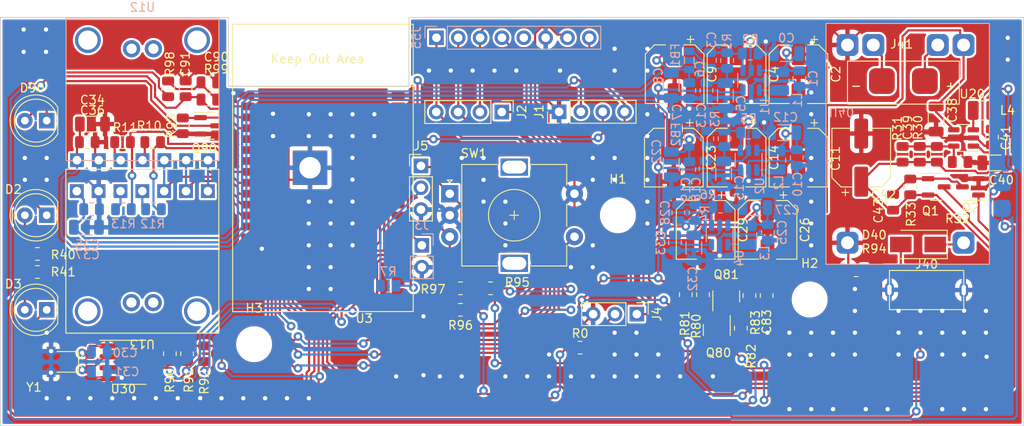
<source format=kicad_pcb>
(kicad_pcb (version 20211014) (generator pcbnew)
  (layers (0 "F.Cu" signal) (31 "B.Cu" signal) (36 "B.SilkS" user "B.Silkscreen") (37 "F.SilkS" user "F.Silkscreen") (38 "B.Mask" user) (39 "F.Mask" user) (44 "Edge.Cuts" user))
  (net 0 "")
  (net 1 "GND")
  (net 2 "+BATT")
  (net 3 "+3V3")
  (net 4 "Net-(C30-Pad2)")
  (net 5 "Net-(C31-Pad2)")
  (net 6 "VBUS")
  (net 7 "Net-(C83-Pad2)")
  (net 8 "Net-(C39-Pad2)")
  (net 9 "Net-(D90-Pad1)")
  (net 10 "Net-(D90-Pad2)")
  (net 11 "/TX0")
  (net 12 "/RX0")
  (net 15 "/EN")
  (net 16 "Net-(D2-Pad1)")
  (net 17 "/LED")
  (net 18 "/GAIN")
  (net 19 "Net-(R10-Pad2)")
  (net 20 "/SD")
  (net 21 "Net-(R11-Pad2)")
  (net 22 "Net-(R12-Pad2)")
  (net 23 "Net-(R13-Pad2)")
  (net 24 "/ADC")
  (net 25 "/SCL")
  (net 26 "/SDA")
  (net 27 "/MFP")
  (net 28 "/KY040-SW")
  (net 29 "/KY040-DT")
  (net 30 "/KY040-CLK")
  (net 31 "Net-(D2-Pad2)")
  (net 32 "/DIN")
  (net 33 "/BCLK")
  (net 34 "/LRC")
  (net 41 "Net-(D3-Pad1)")
  (net 44 "Net-(D3-Pad2)")
  (net 45 "Net-(D40-Pad1)")
  (net 47 "/JTAG_TMS")
  (net 52 "/JTAG_TDI")
  (net 53 "/JTAG_TCLK")
  (net 54 "/JTAD_TDO")
  (net 55 "/BOOT_MODE")
  (net 56 "Net-(U40-Pad4)")
  (net 58 "+3.3VP")
  (net 60 "/RFID_reset")
  (net 61 "Net-(U40-Pad3)")
  (net 62 "Net-(J4-Pad2)")
  (net 63 "/LED_DQ")
  (net 64 "Net-(C3-Pad1)")
  (net 65 "Net-(C3-Pad2)")
  (net 66 "Net-(L1-Pad2)")
  (net 67 "/+5V_left")
  (net 68 "Net-(C13-Pad1)")
  (net 69 "Net-(C13-Pad2)")
  (net 70 "/+5V_right")
  (net 71 "Net-(C28-Pad2)")
  (net 72 "/+5V_LED")
  (net 73 "Net-(L2-Pad2)")
  (net 74 "Net-(L3-Pad2)")
  (net 75 "Net-(J5-Pad2)")
  (net 76 "/PIR")
  (net 77 "/PG")
  (net 78 "Net-(Q1-Pad1)")
  (net 79 "Net-(L4-Pad1)")
  (net 80 "Net-(R81-Pad2)")
  (net 81 "Net-(R80-Pad2)")
  (footprint "MountingHole:MountingHole_3.2mm_M3" (layer "F.Cu") (at 122.3 60)
    (fp_text reference "H1")
    (fp_text value "MountingHole")
  )
  (footprint "Connector_PinHeader_2.54mm:PinHeader_1x03_P2.54mm_Vertical" (layer "F.Cu") (at 124.5 71.5 -90)
    (fp_text reference "J4")
    (fp_text value "Conn_01x03_Male")
  )
  (footprint "Resistor_SMD:R_0805_2012Metric" (layer "F.Cu") (at 156.3 56.7 -90)
    (fp_text reference "R33")
    (fp_text value "47k")
  )
  (footprint "Capacitor_SMD:CP_Elec_6.3x5.2" (layer "F.Cu") (at 128.8 53.3 -90)
    (fp_text reference "C23")
    (fp_text value "47uF")
  )
  (footprint "Capacitor_SMD:CP_Elec_6.3x5.2" (layer "F.Cu") (at 139.7 61.7 -90)
    (fp_text reference "C26")
    (fp_text value "47uF")
  )
  (footprint "Resistor_SMD:R_0805_2012Metric" (layer "F.Cu") (at 72.2 76.1 90)
    (fp_text reference "R91")
    (fp_text value "10k")
  )
  (footprint "Connector_PinHeader_2.54mm:PinHeader_1x04_P2.54mm_Vertical" (layer "F.Cu") (at 115.46 47.97 90)
    (fp_text reference "J1")
    (fp_text value "Conn_01x04")
  )
  (footprint "Resistor_SMD:R_0805_2012Metric" (layer "F.Cu") (at 70.2 76.1 90)
    (fp_text reference "R90")
    (fp_text value "10k")
  )
  (footprint "Resistor_SMD:R_0805_2012Metric" (layer "F.Cu") (at 64.7 51.5 180)
    (fp_text reference "R11")
    (fp_text value "0")
  )
  (footprint "Resistor_SMD:R_0805_2012Metric" (layer "F.Cu") (at 54.8 66.6 180)
    (fp_text reference "R41")
    (fp_text value "470")
  )
  (footprint "Resistor_SMD:R_0805_2012Metric" (layer "F.Cu") (at 60.6 51.5)
    (fp_text reference "C34")
    (fp_text value "100nF")
  )
  (footprint "kinderradio:max98357a" (layer "F.Cu") (at 67 54.66 180)
    (fp_text reference "U13")
    (fp_text value "MAX983571")
  )
  (footprint "Package_TO_SOT_SMD:SOT-23" (layer "F.Cu") (at 134.9 69.4375 90)
    (fp_text reference "Q81")
    (fp_text value "BS170F")
  )
  (footprint "Resistor_SMD:R_0805_2012Metric" (layer "F.Cu") (at 154.3 58.5 90)
    (fp_text reference "C43")
    (fp_text value "100nF")
  )
  (footprint "Resistor_SMD:R_0805_2012Metric" (layer "F.Cu") (at 139.6 69.3375 90)
    (fp_text reference "C83")
    (fp_text value "100nF")
  )
  (footprint "Resistor_SMD:R_0805_2012Metric" (layer "F.Cu") (at 68.2 51.5 180)
    (fp_text reference "R10")
    (fp_text value "100k")
  )
  (footprint "MountingHole:MountingHole_3.2mm_M3" (layer "F.Cu") (at 144.6 69.8)
    (fp_text reference "H2")
    (fp_text value "MountingHole")
  )
  (footprint "Capacitor_SMD:CP_Elec_6.3x5.2" (layer "F.Cu") (at 143.3 53.3 -90)
    (fp_text reference "C11")
    (fp_text value "47uF")
  )
  (footprint "Resistor_SMD:R_0805_2012Metric" (layer "F.Cu") (at 136.6 73.1375 -90)
    (fp_text reference "R82")
    (fp_text value "47k")
  )
  (footprint "Resistor_SMD:R_0805_2012Metric" (layer "F.Cu") (at 74.2 76.1 90)
    (fp_text reference "R92")
    (fp_text value "10k")
  )
  (footprint "Capacitor_SMD:CP_Elec_6.3x5.2" (layer "F.Cu") (at 136.1 43.6 -90)
    (fp_text reference "C4")
    (fp_text value "47uF")
  )
  (footprint "Resistor_SMD:R_1206_3216Metric" (layer "F.Cu") (at 159.3 48.8125 90)
    (fp_text reference "C38")
    (fp_text value "10uF")
  )
  (footprint "Resistor_SMD:R_1206_3216Metric" (layer "F.Cu") (at 166.1375 53.9125)
    (fp_text reference "C40")
    (fp_text value "10uF")
  )
  (footprint "Capacitor_SMD:CP_Elec_6.3x5.2" (layer "F.Cu") (at 132.5 61.7 -90)
    (fp_text reference "C29")
    (fp_text value "47uF")
  )
  (footprint "kinderradio:Connector" (layer "F.Cu") (at 155 40.08 180)
    (fp_text reference "J41")
    (fp_text value "Conn_01x02_Female")
  )
  (footprint "Diode_SMD:D_SMA" (layer "F.Cu") (at 157.2 63.4 180)
    (fp_text reference "D40")
    (fp_text value "MBRA340")
  )
  (footprint "Resistor_SMD:R_0805_2012Metric" (layer "F.Cu") (at 162.1 53.8125 180)
    (fp_text reference "R32")
    (fp_text value "20k")
  )
  (footprint "LED_THT:LED_D5.0mm" (layer "F.Cu") (at 55.88 60 180)
    (fp_text reference "D2")
    (fp_text value "LED")
  )
  (footprint "Connector_PinHeader_2.54mm:PinHeader_1x04_P2.54mm_Vertical" (layer "F.Cu") (at 108.8 48 -90)
    (fp_text reference "J2")
    (fp_text value "Conn_01x04")
  )
  (footprint "Resistor_SMD:R_0805_2012Metric" (layer "F.Cu") (at 70 45.3 90)
    (fp_text reference "R98")
    (fp_text value "330")
  )
  (footprint "Resistor_SMD:R_0805_2012Metric" (layer "F.Cu") (at 155.4 52.9125 -90)
    (fp_text reference "R31")
    (fp_text value "180k")
  )
  (footprint "kinderradio:ESP32-WROVER-IE" (layer "F.Cu") (at 88 57.5)
    (fp_text reference "U3")
    (fp_text value "ESP32-WROVER-IE")
  )
  (footprint "Package_SO:SOIC-8_3.9x4.9mm_P1.27mm" (layer "F.Cu") (at 65.4875 77.1)
    (fp_text reference "U30")
    (fp_text value "MCP7940N-xP")
  )
  (footprint "Package_TO_SOT_SMD:SOT-23-5" (layer "F.Cu") (at 162.5 51.0125 180)
    (fp_text reference "U20")
    (fp_text value "TLV62566")
  )
  (footprint "Resistor_SMD:R_0805_2012Metric" (layer "F.Cu") (at 165.8 50.9 -90)
    (fp_text reference "C41")
    (fp_text value "100nF")
  )
  (footprint "Resistor_SMD:R_0805_2012Metric" (layer "F.Cu") (at 71.7 49.6 -90)
    (fp_text reference "R93")
    (fp_text value "10k")
  )
  (footprint "Resistor_SMD:R_0805_2012Metric" (layer "F.Cu") (at 150 66.4 180)
    (fp_text reference "R94")
    (fp_text value "10k")
  )
  (footprint "Package_TO_SOT_SMD:SOT-23" (layer "F.Cu") (at 163.3 56.7 180)
    (fp_text reference "Q2")
    (fp_text value "BS170F")
  )
  (footprint "Resistor_SMD:R_0805_2012Metric" (layer "F.Cu") (at 104 71)
    (fp_text reference "R96")
    (fp_text value "10k")
  )
  (footprint "Connector_PinHeader_2.54mm:PinHeader_1x03_P2.54mm_Vertical" (layer "F.Cu") (at 99.4 54.26)
    (fp_text reference "J5")
    (fp_text value "Conn_01x03_Male")
  )
  (footprint "Resistor_SMD:R_1206_3216Metric" (layer "F.Cu") (at 61.2 49.4 180)
    (fp_text reference "C36")
    (fp_text value "10uF")
  )
  (footprint "Resistor_SMD:R_0805_2012Metric" (layer "F.Cu") (at 74.7375 44.55)
    (fp_text reference "C90")
    (fp_text value "470nF")
  )
  (footprint "LED_THT:LED_D5.0mm" (layer "F.Cu") (at 55.88 49 180)
    (fp_text reference "D90")
    (fp_text value "LED")
  )
  (footprint "Resistor_SMD:R_0805_2012Metric" (layer "F.Cu") (at 130.2 69.2375 -90)
    (fp_text reference "R81")
    (fp_text value "47k")
  )
  (footprint "Resistor_SMD:R_0805_2012Metric" (layer "F.Cu") (at 132.2 69.2375 -90)
    (fp_text reference "R80")
    (fp_text value "47k")
  )
  (footprint "Package_TO_SOT_SMD:SOT-23" (layer "F.Cu") (at 133.8 73.3375 -90)
    (fp_text reference "Q80")
    (fp_text value "BSS84")
  )
  (footprint "Capacitor_SMD:CP_Elec_6.3x5.2" (layer "F.Cu") (at 136.1 53.3 -90)
    (fp_text reference "C14")
    (fp_text value "47uF")
  )
  (footprint "Resistor_SMD:R_0805_2012Metric" (layer "F.Cu") (at 107.5 68.5 180)
    (fp_text reference "R95")
    (fp_text value "10k")
  )
  (footprint "Crystal:Crystal_DS15_D1.5mm_L5.0mm_Horizontal_1EP_style2" (layer "F.Cu") (at 60.8875 76.2 -90)
    (fp_text reference "Y1")
    (fp_text value "Crystal_GND3")
  )
  (footprint "Capacitor_SMD:CP_Elec_6.3x5.2" (layer "F.Cu") (at 143.3 43.6 -90)
    (fp_text reference "C2")
    (fp_text value "47uF")
  )
  (footprint "Resistor_SMD:R_0805_2012Metric" (layer "F.Cu") (at 72.0375 45.3 90)
    (fp_text reference "C91")
    (fp_text value "1uF")
  )
  (footprint "MountingHole:MountingHole_3.2mm_M3" (layer "F.Cu") (at 80 75)
    (fp_text reference "H3")
    (fp_text value "MountingHole")
  )
  (footprint "kinderradio:217178-0001" (layer "F.Cu") (at 158.2 68.7)
    (fp_text reference "J40")
    (fp_text value "USB_C_molex_217178-0001")
  )
  (footprint "Package_TO_SOT_SMD:SOT-23" (layer "F.Cu") (at 159.3 56.7)
    (fp_text reference "Q1")
    (fp_text value "BSS84")
  )
  (footprint "Resistor_SMD:R_0805_2012Metric" (layer "F.Cu") (at 159.4 52.9125 -90)
    (fp_text reference "R30")
    (fp_text value "180k")
  )
  (footprint "Capacitor_SMD:CP_Elec_6.3x5.2" (layer "F.Cu") (at 128.9 43.6 -90)
    (fp_text reference "C9")
    (fp_text value "47uF")
  )
  (footprint "Resistor_SMD:R_0805_2012Metric" (layer "F.Cu") (at 117.9125 75.4)
    (fp_text reference "R0")
    (fp_text value "470")
  )
  (footprint "Resistor_SMD:R_0805_2012Metric" (layer "F.Cu") (at 137.6 69.3375 -90)
    (fp_text reference "R83")
    (fp_text value "47k")
  )
  (footprint "Capacitor_SMD:CP_Elec_6.3x5.2" (layer "F.Cu") (at 150.6 53.3 90)
    (fp_text reference "C42")
    (fp_text value "47uF")
  )
  (footprint "Rotary_Encoder:RotaryEncoder_Alps_EC11E-Switch_Vertical_H20mm" (layer "F.Cu") (at 102.75 57.5)
    (fp_text reference "SW1")
    (fp_text value "RotaryEncoder_Switch")
  )
  (footprint "Resistor_SMD:R_0805_2012Metric" (layer "F.Cu") (at 74.7375 46.55 180)
    (fp_text reference "R99")
    (fp_text value "10k")
  )
  (footprint "Inductor_SMD:L_1008_2520Metric" (layer "F.Cu") (at 164.7 47.8125)
    (fp_text reference "L4")
    (fp_text value "2.2uH")
  )
  (footprint "Package_TO_SOT_SMD:SOT-23" (layer "F.Cu") (at 74.7 49.6)
    (fp_text reference "Q90")
    (fp_text value "BS170F")
  )
  (footprint "Resistor_SMD:R_0805_2012Metric" (layer "F.Cu") (at 104 68.5)
    (fp_text reference "R97")
    (fp_text value "10k")
  )
  (footprint "LED_THT:LED_D5.0mm" (layer "F.Cu") (at 55.88 71 180)
    (fp_text reference "D3")
    (fp_text value "LED")
  )
  (footprint "Resistor_SMD:R_0805_2012Metric" (layer "F.Cu") (at 54.8 64.5 180)
    (fp_text reference "R40")
    (fp_text value "470")
  )
  (footprint "Resistor_SMD:R_0805_2012Metric" (layer "F.Cu") (at 157.4 52.9125 90)
    (fp_text reference "C39")
    (fp_text value "1pF")
  )
  (footprint "Package_TO_SOT_SMD:SOT-23-6" (layer "B.Cu") (at 137.8 44.3 90)
    (fp_text reference "U1")
    (fp_text value "TLV61070A")
  )
  (footprint "Inductor_SMD:L_1008_2520Metric" (layer "B.Cu") (at 140.7 53.6 -90)
    (fp_text reference "L2")
    (fp_text value "2.2uH")
  )
  (footprint "Resistor_SMD:R_0805_2012Metric" (layer "B.Cu") (at 62 78.2 180)
    (fp_text reference "C31")
    (fp_text value "12pF")
  )
  (footprint "Inductor_SMD:L_1008_2520Metric" (layer "B.Cu") (at 137.3375 62.3 -90)
    (fp_text reference "L3")
    (fp_text value "2.2uH")
  )
  (footprint "Resistor_SMD:R_0805_2012Metric" (layer "B.Cu") (at 139.7375 62 -90)
    (fp_text reference "C25")
    (fp_text value "100nF")
  )
  (footprint "kinderradio:BMS_1S" (layer "B.Cu") (at 149 40.2)
    (fp_text reference "U40")
    (fp_text value "BMS_1S")
  )
  (footprint "Resistor_SMD:R_0805_2012Metric" (layer "B.Cu") (at 132.7 51.1 90)
    (fp_text reference "C13")
    (fp_text value "1pF")
  )
  (footprint "Resistor_SMD:R_1206_3216Metric" (layer "B.Cu") (at 128.5 44.9 90)
    (fp_text reference "C8")
    (fp_text value "10uF")
  )
  (footprint "Resistor_SMD:R_1206_3216Metric" (layer "B.Cu") (at 131.1375 63.8 90)
    (fp_text reference "C32")
    (fp_text value "10uF")
  )
  (footprint "Resistor_SMD:R_1206_3216Metric" (layer "B.Cu") (at 60.5 61.4 180)
    (fp_text reference "C37")
    (fp_text value "10uF")
  )
  (footprint "Resistor_SMD:R_0805_2012Metric" (layer "B.Cu") (at 64.8 59.3 180)
    (fp_text reference "R13")
    (fp_text value "220k")
  )
  (footprint "Connector_PinHeader_2.54mm:PinHeader_1x02_P2.54mm_Vertical" (layer "B.Cu") (at 99.5 63.5 180)
    (fp_text reference "J3")
    (fp_text value "Conn_01x02")
  )
  (footprint "Resistor_SMD:R_0805_2012Metric" (layer "B.Cu") (at 131.3375 59.7 -90)
    (fp_text reference "R4")
    (fp_text value "180k")
  )
  (footprint "Resistor_SMD:R_1206_3216Metric" (layer "B.Cu") (at 134.6 55.2 90)
    (fp_text reference "C15")
    (fp_text value "10uF")
  )
  (footprint "Resistor_SMD:R_0805_2012Metric" (layer "B.Cu") (at 62 75.9 180)
    (fp_text reference "C30")
    (fp_text value "12pF")
  )
  (footprint "Resistor_SMD:R_0805_2012Metric" (layer "B.Cu") (at 133 42 90)
    (fp_text reference "C3")
    (fp_text value "1pF")
  )
  (footprint "Resistor_SMD:R_0805_2012Metric" (layer "B.Cu") (at 143.1 53.3 -90)
    (fp_text reference "C10")
    (fp_text value "100nF")
  )
  (footprint "Connector_PinHeader_2.54mm:PinHeader_1x08_P2.54mm_Vertical" (layer "B.Cu") (at 101.2 39.36 -90)
    (fp_text reference "J55")
    (fp_text value "Conn_01x08")
  )
  (footprint "Inductor_SMD:L_1008_2520Metric" (layer "B.Cu") (at 141.1 44.4 -90)
    (fp_text reference "L1")
    (fp_text value "2.2uH")
  )
  (footprint "Resistor_SMD:R_0805_2012Metric" (layer "B.Cu") (at 132.6 45.5 -90)
    (fp_text reference "C6")
    (fp_text value "100nF")
  )
  (footprint "Resistor_SMD:R_1206_3216Metric" (layer "B.Cu") (at 128.5 54.1 90)
    (fp_text reference "C22")
    (fp_text value "10uF")
  )
  (footprint "Resistor_SMD:R_0805_2012Metric" (layer "B.Cu") (at 137.5 50.4 180)
    (fp_text reference "R5")
    (fp_text value "20k")
  )
  (footprint "Resistor_SMD:R_0805_2012Metric" (layer "B.Cu") (at 135 42.0125 -90)
    (fp_text reference "R1")
    (fp_text value "180k")
  )
  (footprint "Resistor_SMD:R_0805_2012Metric" (layer "B.Cu") (at 137.7 41.2 180)
    (fp_text reference "R2")
    (fp_text value "20k")
  )
  (footprint "Inductor_SMD:L_0805_2012Metric" (layer "B.Cu") (at 130.6 51 -90)
    (fp_text reference "FB2")
    (fp_text value "FerriteBead")
  )
  (footprint "Resistor_SMD:R_0805_2012Metric" (layer "B.Cu") (at 95.6 68.2 180)
    (fp_text reference "R7")
    (fp_text value "470")
  )
  (footprint "Package_TO_SOT_SMD:SOT-23-6" (layer "B.Cu") (at 137.5 53.6 90)
    (fp_text reference "U2")
    (fp_text value "TLV61070A")
  )
  (footprint "Resistor_SMD:R_0805_2012Metric" (layer "B.Cu") (at 128.9375 63.2 -90)
    (fp_text reference "C33")
    (fp_text value "100nF")
  )
  (footprint "Resistor_SMD:R_1206_3216Metric" (layer "B.Cu") (at 134.8 46.1 90)
    (fp_text reference "C5")
    (fp_text value "10uF")
  )
  (footprint "Resistor_SMD:R_0805_2012Metric" (layer "B.Cu") (at 134.7 51.1 -90)
    (fp_text reference "R3")
    (fp_text value "180k")
  )
  (footprint "Resistor_SMD:R_0805_2012Metric" (layer "B.Cu") (at 132.5 54.6 -90)
    (fp_text reference "C18")
    (fp_text value "100nF")
  )
  (footprint "Resistor_SMD:R_1206_3216Metric" (layer "B.Cu") (at 138.2375 59.1)
    (fp_text reference "C27")
    (fp_text value "10uF")
  )
  (footprint "Resistor_SMD:R_0805_2012Metric" (layer "B.Cu") (at 130.6 54.7 -90)
    (fp_text reference "C19")
    (fp_text value "100nF")
  )
  (footprint "Resistor_SMD:R_0805_2012Metric" (layer "B.Cu") (at 129.3375 59.7 90)
    (fp_text reference "C28")
    (fp_text value "1pF")
  )
  (footprint "Resistor_SMD:R_0805_2012Metric" (layer "B.Cu") (at 68.3 59.3 180)
    (fp_text reference "R12")
    (fp_text value "100k")
  )
  (footprint "Inductor_SMD:L_0805_2012Metric" (layer "B.Cu") (at 130.6 42 -90)
    (fp_text reference "FB1")
    (fp_text value "FerriteBead")
  )
  (footprint "Resistor_SMD:R_1206_3216Metric" (layer "B.Cu") (at 141.9 41.2)
    (fp_text reference "C0")
    (fp_text value "10uF")
  )
  (footprint "Resistor_SMD:R_1206_3216Metric" (layer "B.Cu") (at 141.6 50.4)
    (fp_text reference "C12")
    (fp_text value "10uF")
  )
  (footprint "Resistor_SMD:R_0805_2012Metric" (layer "B.Cu") (at 134.2375 59 180)
    (fp_text reference "R6")
    (fp_text value "20k")
  )
  (footprint "kinderradio:max98357a" (layer "B.Cu") (at 67.02 56.14 180)
    (fp_text reference "U12")
    (fp_text value "MAX983571")
  )
  (footprint "Package_TO_SOT_SMD:SOT-23-6" (layer "B.Cu") (at 134.1375 62.3 90)
    (fp_text reference "U4")
    (fp_text value "TLV61070A")
  )
  (footprint "Resistor_SMD:R_0805_2012Metric" (layer "B.Cu") (at 130.6 45.5 -90)
    (fp_text reference "C7")
    (fp_text value "100nF")
  )
  (footprint "Resistor_SMD:R_0805_2012Metric" (layer "B.Cu") (at 61.1 59.3)
    (fp_text reference "C35")
    (fp_text value "100nF")
  )
  (footprint "Resistor_SMD:R_0805_2012Metric" (layer "B.Cu") (at 143.4 44.1 -90)
    (fp_text reference "C1")
    (fp_text value "100nF")
  )
  (gr_line (start 169.5 37) (end 169.5 84.5) (layer "Edge.Cuts") (width 0.1))
  (gr_line (start 50.5 37) (end 77 37) (layer "Edge.Cuts") (width 0.1))
  (gr_line (start 77 45) (end 98 45) (layer "Edge.Cuts") (width 0.1))
  (gr_line (start 50.5 84.5) (end 50.5 75.5) (layer "Edge.Cuts") (width 0.1))
  (gr_line (start 98 45) (end 98 37) (layer "Edge.Cuts") (width 0.1))
  (gr_line (start 169.5 84.5) (end 50.5 84.5) (layer "Edge.Cuts") (width 0.1))
  (gr_line (start 50.5 75.5) (end 50.5 37) (layer "Edge.Cuts") (width 0.1))
  (gr_line (start 77 37) (end 77 45) (layer "Edge.Cuts") (width 0.1))
  (gr_line (start 98 37) (end 169.5 37) (layer "Edge.Cuts") (width 0.1))
  (segment (start 102.566316 69.57452) (end 103.77452 69.57452) (width 0.25) (layer "F.Cu") (net 1))
  (segment (start 100.475 70.975) (end 101.66144 72.16144) (width 0.25) (layer "F.Cu") (net 1))
  (segment (start 84 55.8) (end 84 60.774288) (width 0.25) (layer "F.Cu") (net 1))
  (segment (start 97.87 46.07) (end 96.17 46.07) (width 0.25) (layer "F.Cu") (net 1))
  (segment (start 68.386262 42.944117) (end 54.055883 42.944117) (width 0.25) (layer "F.Cu") (net 1))
  (segment (start 135.393093 80.30048) (end 136.592613 79.10096) (width 0.25) (layer "F.Cu") (net 1))
  (segment (start 102.787144 60) (end 104.20048 61.413336) (width 0.25) (layer "F.Cu") (net 1))
  (segment (start 119.42 70.08) (end 120.55 68.95) (width 0.25) (layer "F.Cu") (net 1))
  (segment (start 77.17 46.07) (end 75.65 44.55) (width 0.25) (layer "F.Cu") (net 1))
  (segment (start 84 46.8) (end 84 55.8) (width 0.25) (layer "F.Cu") (net 1))
  (segment (start 162.34952 51.05048) (end 162.3875 51.0125) (width 0.25) (layer "F.Cu") (net 1))
  (segment (start 160.92 68.7) (end 162.02 68.7) (width 0.25) (layer "F.Cu") (net 1))
  (segment (start 135.975 70.25) (end 135.85 70.375) (width 0.25) (layer "F.Cu") (net 1))
  (segment (start 163.6375 51.0125) (end 164.021072 51.0125) (width 0.25) (layer "F.Cu") (net 1))
  (segment (start 155.48 69.3) (end 160.92 69.3) (width 0.25) (layer "F.Cu") (net 1))
  (segment (start 80.9 63.9) (end 80.85 63.85) (width 0.25) (layer "F.Cu") (net 1))
  (segment (start 168.7 42.97) (end 167.64 41.91) (width 0.25) (layer "F.Cu") (net 1))
  (segment (start 164.933572 51.925) (end 165.675 51.925) (width 0.25) (layer "F.Cu") (net 1))
  (segment (start 130.6 47.6) (end 130.1 47.6) (width 0.25) (layer "F.Cu") (net 1))
  (segment (start 93.98 46.16) (end 94.07 46.07) (width 0.25) (layer "F.Cu") (net 1))
  (segment (start 65.5 80) (end 64.6 79.1) (width 0.25) (layer "F.Cu") (net 1))
  (segment (start 72.0375 44.3875) (end 71.05 43.4) (width 0.25) (layer "F.Cu") (net 1))
  (segment (start 79.25 46.15) (end 79.615489 46.515489) (width 0.25) (layer "F.Cu") (net 1))
  (segment (start 160.92 67.9) (end 160.92 65.98) (width 0.25) (layer "F.Cu") (net 1))
  (segment (start 88 77.276428) (end 90.624051 79.900479) (width 0.25) (layer "F.Cu") (net 1))
  (segment (start 77.65 63.85) (end 77.1 64.4) (width 0.25) (layer "F.Cu") (net 1))
  (segment (start 99.538551 37.635969) (end 99.17452 38) (width 0.25) (layer "F.Cu") (net 1))
  (segment (start 72.0375 44.4375) (end 73.025 43.45) (width 0.25) (layer "F.Cu") (net 1))
  (segment (start 143.2 56) (end 143.3 56.1) (width 0.25) (layer "F.Cu") (net 1))
  (segment (start 117.25 60.25) (end 117.25 57.5) (width 0.25) (layer "F.Cu") (net 1))
  (segment (start 104 72) (end 104 71.5) (width 0.25) (layer "F.Cu") (net 1))
  (segment (start 117.7 41.1) (end 117.7 38.1) (width 0.25) (layer "F.Cu") (net 1))
  (segment (start 117.7 38.1) (end 131.1 38.1) (width 0.25) (layer "F.Cu") (net 1))
  (segment (start 143.3 46.4) (end 136.1 46.4) (width 0.25) (layer "F.Cu") (net 1))
  (segment (start 155.48 68.7) (end 155.48 67.9) (width 0.25) (layer "F.Cu") (net 1))
  (segment (start 135.8 64.7) (end 139.5 64.7) (width 0.25) (layer "F.Cu") (net 1))
  (segment (start 121.30048 80.30048) (end 135.393093 80.30048) (width 0.25) (layer "F.Cu") (net 1))
  (segment (start 117.235969 37.635969) (end 105.035969 37.635969) (width 0.25) (layer "F.Cu") (net 1))
  (segment (start 164.675 53.9125) (end 163.1125 53.9125) (width 0.25) (layer "F.Cu") (net 1))
  (segment (start 74.55 43.45) (end 75.65 44.55) (width 0.25) (layer "F.Cu") (net 1))
  (segment (start 113.9 41) (end 114 41.1) (width 0.25) (layer "F.Cu") (net 1))
  (segment (start 164.09452 43.80548) (end 164.09452 38.00048) (width 0.25) (layer "F.Cu") (net 1))
  (segment (start 135.85 70.375) (end 135.8 70.325) (width 0.25) (layer "F.Cu") (net 1))
  (segment (start 130.19952 38.10048) (end 139.50048 38.10048) (width 0.25) (layer "F.Cu") (net 1))
  (segment (start 163.0125 53.8125) (end 162.34952 53.14952) (width 0.25) (layer "F.Cu") (net 1))
  (segment (start 136.1 56.1) (end 137.4 56.1) (width 0.25) (layer "F.Cu") (net 1))
  (segment (start 75.65 44.55) (end 75.68 44.52) (width 0.25) (layer "F.Cu") (net 1))
  (segment (start 77.1 78.9) (end 76 80) (width 0.25) (layer "F.Cu") (net 1))
  (segment (start 154.38 68.7) (end 155.48 68.7) (width 0.25) (layer "F.Cu") (net 1))
  (segment (start 162.34952 53.14952) (end 162.34952 51.05048) (width 0.25) (layer "F.Cu") (net 1))
  (segment (start 71.7375 50.55) (end 71.7 50.5125) (width 0.25) (layer "F.Cu") (net 1))
  (segment (start 113.9 41) (end 113.9 46.41) (width 0.25) (layer "F.Cu") (net 1))
  (segment (start 137.6 70.25) (end 135.975 70.25) (width 0.25) (layer "F.Cu") (net 1))
  (segment (start 71.7 50.5125) (end 71.118928 50.5125) (width 0.25) (layer "F.Cu") (net 1))
  (segment (start 139.7 40) (end 139.7 46.4) (width 0.25) (layer "F.Cu") (net 1))
  (segment (start 87.9 53.08) (end 87.9 55.88) (width 0.25) (layer "F.Cu") (net 1))
  (segment (start 139.3 49.2) (end 139.3 46.5) (width 0.25) (layer "F.Cu") (net 1))
  (segment (start 61.7 49.4) (end 61.5125 49.5875) (width 0.25) (layer "F.Cu") (net 1))
  (segment (start 139.3 56) (end 137.5 56) (width 0.25) (layer "F.Cu") (net 1))
  (segment (start 104.20048 66.909888) (end 103.684888 67.42548) (width 0.25) (layer "F.Cu") (net 1))
  (segment (start 103.77452 69.57452) (end 104 69.8) (width 0.25) (layer "F.Cu") (net 1))
  (segment (start 130.1 47.6) (end 128.9 46.4) (width 0.25) (layer "F.Cu") (net 1))
  (segment (start 96.75 46.07) (end 97.87 46.07) (width 0.25) (layer "F.Cu") (net 1))
  (segment (start 164.09452 38.00048) (end 151.09952 38.00048) (width 0.25) (layer "F.Cu") (net 1))
  (segment (start 77.87 46.07) (end 77.6 45.8) (width 0.25) (layer "F.Cu") (net 1))
  (segment (start 155.48 67.9) (end 155.48 69.3) (width 0.25) (layer "F.Cu") (net 1))
  (segment (start 160.92 67.9) (end 160.92 68.7) (width 0.25) (layer "F.Cu") (net 1))
  (segment (start 160.0375 51.0125) (end 159.3 50.275) (width 0.25) (layer "F.Cu") (net 1))
  (segment (start 102.75 60) (end 102.500978 60) (width 0.25) (layer "F.Cu") (net 1))
  (segment (start 63.1175 78.9) (end 63.0125 79.005) (width 0.25) (layer "F.Cu") (net 1))
  (segment (start 114 41.1) (end 117.7 41.1) (width 0.25) (layer "F.Cu") (net 1))
  (segment (start 61.5125 53.1725) (end 61.94 53.6) (width 0.25) (layer "F.Cu") (net 1))
  (segment (start 99.17452 38) (end 99.17452 40.97452) (width 0.25) (layer "F.Cu") (net 1))
  (segment (start 70.006428 49.4) (end 62.6625 49.4) (width 0.25) (layer "F.Cu") (net 1))
  (segment (start 168.7 54.6) (end 168.7 42.97) (width 0.25) (layer "F.Cu") (net 1))
  (segment (start 160.92 77.68) (end 160.92 67.9) (width 0.25) (layer "F.Cu") (net 1))
  (segment (start 118 78.6) (end 119.6 78.6) (width 0.25) (layer "F.Cu") (net 1))
  (segment (start 84 60.774288) (end 84.9976 61.771889) (width 0.25) (layer "F.Cu") (net 1))
  (segment (start 85.1 53.08) (end 85.1 55.88) (width 0.25) (layer "F.Cu") (net 1))
  (segment (start 117.7 38.1) (end 117.235969 37.635969) (width 0.25) (layer "F.Cu") (net 1))
  (segment (start 61.5125 49.5875) (end 61.5125 51.5) (width 0.25) (layer "F.Cu") (net 1))
  (segment (start 61.5125 51.5) (end 61.5125 53.1725) (width 0.25) (layer "F.Cu") (net 1))
  (segment (start 139.3 46.5) (end 139.2 46.4) (width 0.25) (layer "F.Cu") (net 1))
  (segment (start 102.20048 69.208684) (end 102.566316 69.57452) (width 0.25) (layer "F.Cu") (net 1))
  (segment (start 121.6 67.9) (end 121.6 64.6) (width 0.25) (layer "F.Cu") (net 1))
  (segment (start 99.5 66.04) (end 99.5 70) (width 0.25) (layer "F.Cu") (net 1))
  (segment (start 159.3 50.275) (end 159.075 50.5) (width 0.25) (layer "F.Cu") (net 1))
  (segment (start 119.6 78.6) (end 121.30048 80.30048) (width 0.25) (layer "F.Cu") (net 1))
  (segment (start 136.592613 79.10096) (end 159.49904 79.10096) (width 0.25) (layer "F.Cu") (net 1))
  (segment (start 119.42 71.5) (end 117.93798 72.98202) (width 0.25) (layer "F.Cu") (net 1))
  (segment (start 86.5 53.08) (end 86.5 55.88) (width 0.25) (layer "F.Cu") (net 1))
  (segment (start 162.3875 45.5125) (end 164.09452 43.80548) (width 0.25) (layer "F.Cu") (net 1))
  (segment (start 139.50048 38.10048) (end 146.89548 38.10048) (width 0.25) (layer "F.Cu") (net 1))
  (segment (start 94.07 46.07) (end 83.27 46.07) (width 0.25) (layer "F.Cu") (net 1))
  (segment (start 134.1375 64.7) (end 132.3 64.7) (width 0.25) (layer "F.Cu") (net 1))
  (segment (start 101.66144 72.16144) (end 103.83856 72.16144) (width 0.25) (layer "F.Cu") (net 1))
  (segment (start 167.55 55.75) (end 168.7 54.6) (width 0.25) (layer "F.Cu") (net 1))
  (segment (start 104 69.8) (end 104 71.975) (width 0.25) (layer "F.Cu") (net 1))
  (segment (start 79.25 46.07) (end 77.87 46.07) (width 0.25) (layer "F.Cu") (net 1))
  (segment (start 137.6 70.25) (end 139.6 70.25) (width 0.25) (layer "F.Cu") (net 1))
  (segment (start 160.92 69.3) (end 160.92 67.9) (width 0.25) (layer "F.Cu") (net 1))
  (segment (start 96.75 46.07) (end 94.07 46.07) (width 0.25) (layer "F.Cu") (net 1))
  (segment (start 68.842146 43.4) (end 68.386262 42.944117) (width 0.25) (layer "F.Cu") (net 1))
  (segment (start 117.25 52.25) (end 117.25 57.5) (width 0.25) (layer "F.Cu") (net 1))
  (segment (start 62.6625 49.4) (end 61.7 49.4) (width 0.25) (layer "F.Cu") (net 1))
  (segment (start 102.566316 67.42548) (end 102.20048 67.791316) (width 0.25) (layer "F.Cu") (net 1))
  (segment (start 87.9 55.88) (end 84.08 55.88) (width 0.25) (layer "F.Cu") (net 1))
  (segment (start 90.624051 79.900479) (end 97.69952 79.90048) (width 0.25) (layer "F.Cu") (net 1))
  (segment (start 103.684888 67.42548) (end 102.566316 67.42548) (width 0.25) (layer "F.Cu") (net 1))
  (segment (start 61.94 53.6) (end 61.94 57.01498) (width 0.25) (layer "F.Cu") (net 1))
  (segment (start 115.46 47.97) (end 115.46 50.46) (width 0.25) (layer "F.Cu") (net 1))
  (segment (start 99.17452 40.97452) (end 100.2 42) (width 0.25) (layer "F.Cu") (net 1))
  (segment (start 79.25 46.07) (end 79.25 46.15) (width 0.25) (layer "F.Cu") (net 1))
  (segment (start 99 78.6) (end 118 78.6) (width 0.25) (layer "F.Cu") (net 1))
  (segment (start 121.6 64.6) (end 117.25 60.25) (width 0.25) (layer "F.Cu") (net 1))
  (segment (start 159.49904 79.10096) (end 160.92 77.68) (width 0.25) (layer "F.Cu") (net 1))
  (segment (start 139.2 46.4) (end 136.1 46.4) (width 0.25) (layer "F.Cu") (net 1))
  (segment (start 84.9976 69.878317) (end 88 72.880717) (width 0.25) (layer "F.Cu") (net 1))
  (segment (start 102.4 40.8) (end 102.515489 40.684511) (width 0.25) (layer "F.Cu") (net 1))
  (segment (start 115.46 50.46) (end 117.25 52.25) (width 0.25) (layer "F.Cu") (net 1))
  (segment (start 139.5 38.10096) (end 139.50048 38.10048) (width 0.25) (layer "F.Cu") (net 1))
  (segment (start 52.5 53.5) (end 56.5 53.5) (width 0.25) (layer "F.Cu") (net 1))
  (segment (start 99.695 71.755) (end 100.475 70.975) (width 0.25) (layer "F.Cu") (net 1))
  (segment (start 103.83856 72.16144) (end 104 72) (width 0.25) (layer "F.Cu") (net 1))
  (segment (start 136.1 56.1) (end 128.8 56.1) (width 0.25) (layer "F.Cu") (net 1))
  (segment (start 139.5 39.8) (end 139.5 38.10096) (width 0.25) (layer "F.Cu") (net 1))
  (segment (start 102.564031 37.635969) (end 99.538551 37.635969) (width 0.25) (layer "F.Cu") (net 1))
  (segment (start 54.055883 42.944117) (end 51.4 45.6) (width 0.25) (layer "F.Cu") (net 1))
  (segment (start 73.7625 50.55) (end 71.7375 50.55) (width 0.25) (layer "F.Cu") (net 1))
  (segment (start 76 80) (end 65.5 80) (width 0.25) (layer "F.Cu") (net 1))
  (segment (start 62.453478 78.9) (end 58.2375 78.9) (width 0.25) (layer "F.Cu") (net 1))
  (segment (start 137.4 46.4) (end 136.1 46.4) (width 0.25) (layer "F.Cu") (net 1))
  (segment (start 99.5 70) (end 100.475 70.975) (width 0.25) (layer "F.Cu") (net 1))
  (segment (start 132.3 64.7) (end 132.1 64.5) (width 0.25) (layer "F.Cu") (net 1))
  (segment (start 64.6 79.1) (end 64.6 78.9) (width 0.25) (layer "F.Cu") (net 1))
  (segment (start 71.118928 50.5125) (end 70.006428 49.4) (width 0.25) (layer "F.Cu") (net 1))
  (segment (start 71.05 43.4) (end 68.842146 43.4) (width 0.25) (layer "F.Cu") (net 1))
  (segment (start 85.1 53.08) (end 87.9 53.08) (width 0.25) (layer "F.Cu") (net 1))
  (segment (start 151.09952 38.00048) (end 148.8 40.3) (width 0.25) (layer "F.Cu") (net 1))
  (segment (start 160.92 65.98) (end 161 65.9) (width 0.25) (layer "F.Cu") (net 1))
  (segment (start 113.9 39.36) (end 113.9 41) (width 0.25) (layer "F.Cu") (net 1))
  (segment (start 135.8 70.325) (end 135.8 64.7) (width 0.25) (layer "F.Cu") (net 1))
  (segment (start 139.3 49.2) (end 139.3 56) (width 0.25) (layer "F.Cu") (net 1))
  (segment (start 83.27 46.07) (end 84 46.8) (width 0.25) (layer "F.Cu") (net 1))
  (segment (start 58.2375 78.9) (end 56.3875 77.05) (width 0.25) (layer "F.Cu") (net 1))
  (segment (start 136.1 46.4) (end 128.9 46.4) (width 0.25) (layer "F.Cu") (net 1))
  (segment (start 64.6 78.9) (end 63.1175 78.9) (width 0.25) (layer "F.Cu") (net 1))
  (segment (start 63.0125 79.005) (end 62.558478 79.005) (width 0.25) (layer "F.Cu") (net 1))
  (segment (start 97.69952 79.90048) (end 99 78.6) (width 0.25) (layer "F.Cu") (net 1))
  (segment (start 146.04 60.96) (end 144.78 60.96) (width 0.25) (layer "F.Cu") (net 1))
  (segment (start 51.4 45.6) (end 51.4 52.4) (width 0.25) (layer "F.Cu") (net 1))
  (segment (start 163.1125 53.9125) (end 163.0125 53.8125) (width 0.25) (layer "F.Cu") (net 1))
  (segment (start 134.1375 64.7) (end 135.8 64.7) (width 0.25) (layer "F.Cu") (net 1))
  (segment (start 97.87 46.07) (end 97.93 46.07) (width 0.25) (layer "F.Cu") (net 1))
  (segment (start 57.5 52.5) (end 57.5 47) (width 0.25) (layer "F.Cu") (net 1))
  (segment (start 139.5 64.7) (end 139.7 64.5) (width 0.25) (layer "F.Cu") (net 1))
  (segment (start 77.1 64.4) (end 77.1 78.9) (width 0.25) (layer "F.Cu") (net 1))
  (segment (start 84.08 55.88) (end 84 55.8) (width 0.25) (layer "F.Cu") (net 1))
  (segment (start 137.4 56.1) (end 137.5 56) (width 0.25) (layer "F.Cu") (net 1))
  (segment (start 139.7 46.4) (end 139.2 46.4) (width 0.25) (layer "F.Cu") (net 1))
  (segment (start 162.3875 51.0125) (end 162.3875 45.5125) (width 0.25) (layer "F.Cu") (net 1))
  (segment (start 83.27 46.07) (end 79.25 46.07) (width 0.25) (layer "F.Cu") (net 1))
  (segment (start 97.93 46.07) (end 98 46) (width 0.25) (layer "F.Cu") (net 1))
  (segment (start 102.75 60) (end 102.787144 60) (width 0.25) (layer "F.Cu") (net 1))
  (segment (start 137.8 46.8) (end 137.4 46.4) (width 0.25) (layer "F.Cu") (net 1))
  (segment (start 102.20048 67.791316) (end 102.20048 69.208684) (width 0.25) (layer "F.Cu") (net 1))
  (segment (start 102.564031 37.635969) (end 102.515489 37.684511) (width 0.25) (layer "F.Cu") (net 1))
  (segment (start 80.85 63.85) (end 79.25 63.85) (width 0.25) (layer "F.Cu") (net 1))
  (segment (start 163.6375 51.0125) (end 162.3875 51.0125) (width 0.25) (layer "F.Cu") (net 1))
  (segment (start 56.5 53.5) (end 57.5 52.5) (width 0.25) (layer "F.Cu") (net 1))
  (segment (start 159.075 50.5) (end 150.6 50.5) (width 0.25) (layer "F.Cu") (net 1))
  (segment (start 79.25 63.85) (end 77.65 63.85) (width 0.25) (layer "F.Cu") (net 1))
  (segment (start 73.025 43.45) (end 74.55 43.45) (width 0.25) (layer "F.Cu") (net 1))
  (segment (start 149.0875 63.5875) (end 149.0875 66.4) (width 0.25) (layer "F.Cu") (net 1))
  (segment (start 61.94 57.01498) (end 61.92 57.03498) (width 0.25) (layer "F.Cu") (net 1))
  (segment (start 105.035969 37.635969) (end 102.564031 37.635969) (width 0.25) (layer "F.Cu") (net 1))
  (segment (start 84.9976 61.771889) (end 84.9976 69.878317) (width 0.25) (layer "F.Cu") (net 1))
  (segment (start 105 40.6) (end 105.035969 40.564031) (width 0.25) (layer "F.Cu") (net 1))
  (segment (start 88 72.880717) (end 88 77.276428) (width 0.25) (layer "F.Cu") (net 1))
  (segment (start 119.42 71.5) (end 119.42 70.08) (width 0.25) (layer "F.Cu") (net 1))
  (segment (start 139.5 39.8) (end 139.7 40) (width 0.25) (layer "F.Cu") (net 1))
  (segment (start 113.9 46.41) (end 115.46 47.97) (width 0.25) (layer "F.Cu") (net 1))
  (segment (start 146.89548 38.10048) (end 149.095 40.3) (width 0.25) (layer "F.Cu") (net 1))
  (segment (start 79.25 46.07) (end 77.17 46.07) (width 0.25) (layer "F.Cu") (net 1))
  (segment (start 120.55 68.95) (end 121.6 67.9) (width 0.25) (layer "F.Cu") (net 1))
  (segment (start 161 65.9) (end 164 65.9) (width 0.25) (layer "F.Cu") (net 1))
  (segment (start 148.8 63.3) (end 149.0875 63.5875) (width 0.25) (layer "F.Cu") (net 1))
  (segment (start 62.558478 79.005) (end 62.453478 78.9) (width 0.25) (layer "F.Cu") (net 1))
  (segment (start 139.3 56) (end 143.2 56) (width 0.25) (layer "F.Cu") (net 1))
  (segment (start 162.3875 51.0125) (end 160.0375 51.0125) (width 0.25) (layer "F.Cu") (net 1))
  (segment (start 102.515489 37.684511) (end 102.515489 40.684511) (width 0.25) (layer "F.Cu") (net 1))
  (segment (start 51.4 52.4) (end 52.5 53.5) (width 0.25) (layer "F.Cu") (net 1))
  (segment (start 93.98 48.26) (end 93.98 46.16) (width 0.25) (layer "F.Cu") (net 1))
  (segment (start 164.2375 55.75) (end 167.55 55.75) (width 0.25) (layer "F.Cu") (net 1))
  (segment (start 164.021072 51.0125) (end 164.933572 51.925) (width 0.25) (layer "F.Cu") (net 1))
  (segment (start 105.035969 37.635969) (end 105.035969 40.564031) (width 0.25) (layer "F.Cu") (net 1))
  (segment (start 104.20048 61.413336) (end 104.20048 66.909888) (width 0.25) (layer "F.Cu") (net 1))
  (via (at 68.573761 81.26894) (size 1) (drill 0.5) (layers "F.Cu" "B.Cu") (net 1))
  (via (at 142.24 73.66) (size 1) (drill 0.5) (layers "F.Cu" "B.Cu") (net 1))
  (via (at 55.8 38.4) (size 1) (drill 0.5) (layers "F.Cu" "B.Cu") (net 1))
  (via (at 137.8 46.8) (size 1) (drill 0.5) (layers "F.Cu" "B.Cu") (net 1))
  (via (at 144.78 58.42) (size 1) (drill 0.5) (layers "F.Cu" "B.Cu") (net 1))
  (via (at 116.84 78.74) (size 1) (drill 0.5) (layers "F.Cu" "B.Cu") (net 1))
  (via (at 125.73 43.18) (size 1) (drill 0.5) (layers "F.Cu" "B.Cu") (net 1))
  (via (at 91.430357 53.322985) (size 1) (drill 0.5) (layers "F.Cu" "B.Cu") (net 1))
  (via (at 147.32 73.66) (size 1) (drill 0.5) (layers "F.Cu" "B.Cu") (net 1))
  (via (at 125.73 53.34) (size 1) (drill 0.5) (layers "F.Cu" "B.Cu") (net 1))
  (via (at 53.2 38.4) (size 1) (drill 0.5) (layers "F.Cu" "B.Cu") (net 1))
  (via (at 88.9 66.04) (size 1) (drill 0.5) (layers "F.Cu" "B.Cu") (net 1))
  (via (at 119.38 78.74) (size 1) (drill 0.5) (layers "F.Cu" "B.Cu") (net 1))
  (via (at 102.87 43.18) (size 1) (drill 0.5) (layers "F.Cu" "B.Cu") (net 1))
  (via (at 83.82 81.28) (size 1) (drill 0.5) (layers "F.Cu" "B.Cu") (net 1))
  (via (at 107.95 43.18) (size 1) (drill 0.5) (layers "F.Cu" "B.Cu") (net 1))
  (via (at 162.563466 71.098322) (size 1) (drill 0.5) (layers "F.Cu" "B.Cu") (net 1))
  (via (at 88.9 50.8) (size 1) (drill 0.5) (layers "F.Cu" "B.Cu") (net 1))
  (via (at 125.73 40.64) (size 1) (drill 0.5) (layers "F.Cu" "B.Cu") (net 1))
  (via (at 149.86 71.12) (size 1) (drill 0.5) (layers "F.Cu" "B.Cu") (net 1))
  (via (at 125.73 60.96) (size 1) (drill 0.5) (layers "F.Cu" "B.Cu") (net 1))
  (via (at 58.42 81.28) (size 1) (drill 0.5) (layers "F.Cu" "B.Cu") (net 1))
  (via (at 88.9 58.42) (size 1) (drill 0.5) (layers "F.Cu" "B.Cu") (net 1))
  (via (at 86.36 60.96) (size 1) (drill 0.5) (layers "F.Cu" "B.Cu") (net 1))
  (via (at 149.86 76.2) (size 1) (drill 0.5) (layers "F.Cu" "B.Cu") (net 1))
  (via (at 80.9 63.9) (size 1) (drill 0.5) (layers "F.Cu" "B.Cu") (net 1))
  (via (at 125.73 55.88) (size 1) (drill 0.5) (layers "F.Cu" "B.Cu") (net 1))
  (via (at 99.695 78.6) (size 1) (drill 0.5) (layers "F.Cu" "B.Cu") (net 1))
  (via (at 129.54 78.74) (size 1) (drill 0.5) (layers "F.Cu" "B.Cu") (net 1))
  (via (at 160.02 76.2) (size 1) (drill 0.5) (layers "F.Cu" "B.Cu") (net 1))
  (via (at 121.92 40.64) (size 1) (drill 0.5) (layers "F.Cu" "B.Cu") (net 1))
  (via (at 149.86 68.58) (size 1) (drill 0.5) (layers "F.Cu" "B.Cu") (net 1))
  (via (at 53.2 41) (size 1) (drill 0.5) (layers "F.Cu" "B.Cu") (net 1))
  (via (at 147.32 82.55) (size 1) (drill 0.5) (layers "F.Cu" "B.Cu") (net 1))
  (via (at 139.3 49.2) (size 1) (drill 0.5) (layers "F.Cu" "B.Cu") (net 1))
  (via (at 82.2 50.8) (size 1) (drill 0.5) (layers "F.Cu" "B.Cu") (net 1))
  (via (at 119.38 63.5) (size 1) (drill 0.5) (layers "F.Cu" "B.Cu") (net 1))
  (via (at 88.894044 63.492627) (size 1) (drill 0.5) (layers "F.Cu" "B.Cu") (net 1))
  (via (at 53.34 53.34) (size 1) (drill 0.5) (layers "F.Cu" "B.Cu") (net 1))
  (via (at 160.02 71.12) (size 1) (drill 0.5) (layers "F.Cu" "B.Cu") (net 1))
  (via (at 144.78 60.96) (size 1) (drill 0.5) (layers "F.Cu" "B.Cu") (net 1))
  (via (at 53.34 55.88) (size 1) (drill 0.5) (layers "F.Cu" "B.Cu") (net 1))
  (via (at 125.73 58.42) (size 1) (drill 0.5) (layers "F.Cu" "B.Cu") (net 1))
  (via (at 109.22 63.5) (size 1) (drill 0.5) (layers "F.Cu" "B.Cu") (net 1))
  (via (at 157.48 71.12) (size 1) (drill 0.5) (layers "F.Cu" "B.Cu") (net 1))
  (via (at 165.177983 76.460891) (size 1) (drill 0.5) (layers "F.Cu" "B.Cu") (net 1))
  (via (at 86.36 48.26) (size 1) (drill 0.5) (layers "F.Cu" "B.Cu") (net 1))
  (via (at 144.78 48.26) (size 1) (drill 0.5) (layers "F.Cu" "B.Cu") (net 1))
  (via (at 165.1 71.12) (size 1) (drill 0.5) (layers "F.Cu" "B.Cu") (net 1))
  (via (at 127 78.74) (size 1) (drill 0.5) (layers "F.Cu" "B.Cu") (net 1))
  (via (at 165.1 73.66) (size 1) (drill 0.5) (layers "F.Cu" "B.Cu") (net 1))
  (via (at 167.64 41.91) (size 1) (drill 0.5) (layers "F.Cu" "B.Cu") (net 1))
  (via (at 106.68 58.42) (size 1) (drill 0.5) (layers "F.Cu" "B.Cu") (net 1))
  (via (at 137.5 56) (size 1) (drill 0.5) (layers "F.Cu" "B.Cu") (net 1))
  (via (at 55.88 81.28) (size 1) (drill 0.5) (layers "F.Cu" "B.Cu") (net 1))
  (via (at 121.92 43.18) (size 1) (drill 0.5) (layers "F.Cu" "B.Cu") (net 1))
  (via (at 134.1375 64.7) (size 1) (drill 0.5) (layers "F.Cu" "B.Cu") (net 1))
  (via (at 125.73 48.26) (size 1) (drill 0.5) (layers "F.Cu" "B.Cu") (net 1))
  (via (at 124.46 73.66) (size 1) (drill 0.5) (layers "F.Cu" "B.Cu") (net 1))
  (via (at 86.36 68.58) (size 1) (drill 0.5) (layers "F.Cu" "B.Cu") (net 1))
  (via (at 165.1 82.55) (size 1) (drill 0.5) (layers "F.Cu" "B.Cu") (net 1))
  (via (at 77.6 45.8) (size 1) (drill 0.5) (layers "F.Cu" "B.Cu") (net 1))
  (via (at 119.38 66.04) (size 1) (drill 0.5) (layers "F.Cu" "B.Cu") (net 1))
  (via (at 86.36 63.5) (size 1) (drill 0.5) (layers "F.Cu" "B.Cu") (net 1))
  (via (at 109.22 60.96) (size 1) (drill 0.5) (layers "F.Cu" "B.Cu") (net 1))
  (via (at 154.94 76.2) (size 1) (drill 0.5) (layers "F.Cu" "B.Cu") (net 1))
  (via (at 76.2 81.28) (size 1) (drill 0.5) (layers "F.Cu" "B.Cu") (net 1))
  (via (at 55.88 55.88) (size 1) (drill 0.5) (layers "F.Cu" "B.Cu") (net 1))
  (via (at 127 76.2) (size 1) (drill 0.5) (layers "F.Cu" "B.Cu") (net 1))
  (via (at 106.68 55.88) (size 1) (drill 0.5) (layers "F.Cu" "B.Cu") (net 1))
  (via (at 144.78 45.72) (size 1) (drill 0.5) (layers "F.Cu" "B.Cu") (net 1))
  (via (at 160.02 82.55) (size 1) (drill 0.5) (layers "F.Cu" "B.Cu") (net 1))
  (via (at 81.28 81.28) (size 1) (drill 0.5) (layers "F.Cu" "B.Cu") (net 1))
  (via (at 142.24 82.55) (size 1) (drill 0.5) (layers "F.Cu" "B.Cu") (net 1))
  (via (at 124.46 78.74) (size 1) (drill 0.5) (layers "F.Cu" "B.Cu") (net 1))
  (via (at 55.88 73.66) (size 1) (drill 0.5) (layers "F.Cu" "B.Cu") (net 1))
  (via (at 100.33 43.18) (size 1) (drill 0.5) (layers "F.Cu" "B.Cu") (net 1))
  (via (at 91.44 63.5) (size 1) (drill 0.5) (layers "F.Cu" "B.Cu") (net 1))
  (via (at 110.49 43.18) (size 1) (drill 0.5) (layers "F.Cu" "B.Cu") (net 1))
  (via (at 160.02 73.66) (size 1) (drill 0.5) (layers "F.Cu" "B.Cu") (net 1))
  (via (at 73.731745 81.26894) (size 1) (drill 0.5) (layers "F.Cu" "B.Cu") (net 1))
  (via (at 111.76 78.74) (size 1) (drill 0.5) (layers "F.Cu" "B.Cu") (net 1))
  (via (at 157.48 73.66) (size 1) (drill 0.5) (layers "F.Cu" "B.Cu") (net 1))
  (via (at 144.78 55.88) (size 1) (drill 0.5) (layers "F.Cu" "B.Cu") (net 1))
  (via (at 144.78 82.55) (size 1) (drill 0.5) (layers "F.Cu" "B.Cu") (net 1))
  (via (at 106.68 53.34) (size 1) (drill 0.5) (layers "F.Cu" "B.Cu") (net 1))
  (via (at 149.86 73.66) (size 1) (drill 0.5) (layers "F.Cu" "B.Cu") (net 1))
  (via (at 86.36 81.28) (size 1) (drill 0.5) (layers "F.Cu" "B.Cu") (net 1))
  (via (at 91.44 48.26) (size 1) (drill 0.5) (layers "F.Cu" "B.Cu") (net 1))
  (via (at 133.35 78.74) (size 1) (drill 0.5) (layers "F.Cu" "B.Cu") (net 1))
  (via (at 121.92 78.74) (size 1) (drill 0.5) (layers "F.Cu" "B.Cu") (net 1))
  (via (at 86.36 58.42) (size 1) (drill 0.5) (layers "F.Cu" "B.Cu") (net 1))
  (via (at 116.84 66.04) (size 1) (drill 0.5) (layers "F.Cu" "B.Cu") (net 1))
  (via (at 63.5 81.28) (size 1) (drill 0.5) (layers "F.Cu" "B.Cu") (net 1))
  (via (at 121.92 73.66) (size 1) (drill 0.5) (layers "F.Cu" "B.Cu") (net 1))
  (via (at 64.6 78.9) (size 1) (drill 0.5) (layers "F.Cu" "B.Cu") (net 1))
  (via (at 144.78 73.66) (size 1) (drill 0.5) (layers "F.Cu" "B.Cu") (net 1))
  (via (at 119.38 55.88) (size 1) (drill 0.5) (layers "F.Cu" "B.Cu") (net 1))
  (via (at 93.98 50.8) (size 1) (drill 0.5) (layers "F.Cu" "B.Cu") (net 1))
  (via (at 114.3 76.2) (size 1) (drill 0.5) (layers "F.Cu" "B.Cu") (net 1))
  (via (at 91.44 60.96) (size 1) (drill 0.5) (layers "F.Cu" "B.Cu") (net 1))
  (via (at 147.32 76.2) (size 1) (drill 0.5) (layers "F.Cu" "B.Cu") (net 1))
  (via (at 144.716479 76.228073) (size 1) (drill 0.5) (layers "F.Cu" "B.Cu") (net 1))
  (via (at 88.9 48.26) (size 1) (drill 0.5) (layers "F.Cu" "B.Cu") (net 1))
  (via (at 104.14 53.34) (size 1) (drill 0.5) (layers "F.Cu" "B.Cu") (net 1))
  (via (at 86.36 66.04) (size 1) (drill 0.5) (layers "F.Cu" "B.Cu") (net 1))
  (via (at 105.41 43.18) (size 1) (drill 0.5) (layers "F.Cu" "B.Cu") (net 1))
  (via (at 119.38 53.34) (size 1) (drill 0.5) (layers "F.Cu" "B.Cu") (net 1))
  (via (at 78.74 81.28) (size 1) (drill 0.5) (layers "F.Cu" "B.Cu") (net 1))
  (via (at 88.9 68.58) (size 1) (drill 0.5) (layers "F.Cu" "B.Cu") (net 1))
  (via (at 109.22 78.74) (size 1) (drill 0.5) (layers "F.Cu" "B.Cu") (net 1))
  (via (at 144.78 63.5) (size 1) (drill 0.5) (layers "F.Cu" "B.Cu") (net 1))
  (via (at 115.57 43.18) (size 1) (drill 0.5) (layers "F.Cu" "B.Cu") (net 1))
  (via (at 151.13 82.55) (size 1) (drill 0.5) (layers "F.Cu" "B.Cu") (net 1))
  (via (at 167.64 39.37) (size 1) (drill 0.5) (layers "F.Cu" "B.Cu") (net 1))
  (via (at 82.2 48.2) (size 1) (drill 0.5) (layers "F.Cu" "B.Cu") (net 1))
  (via (at 60.96 81.28) (size 1) (drill 0.5) (layers "F.Cu" "B.Cu") (net 1))
  (via (at 121.92 55.88) (size 1) (drill 0.5) (layers "F.Cu" "B.Cu") (net 1))
  (via (at 93.98 48.26) (size 1) (drill 0.5) (layers "F.Cu" "B.Cu") (net 1))
  (via (at 162.56 82.55) (size 1) (drill 0.5) (layers "F.Cu" "B.Cu") (net 1))
  (via (at 104.14 78.74) (size 1) (drill 0.5) (layers "F.Cu" "B.Cu") (net 1))
  (via (at 55.88 53.34) (size 1) (drill 0.5) (layers "F.Cu" "B.Cu") (net 1))
  (via (at 99.695 71.755) (size 1) (drill 0.5) (layers "F.Cu" "B.Cu") (net 1))
  (via (at 86.36 50.8) (size 1) (drill 0.5) (layers "F.Cu" "B.Cu") (net 1))
  (via (at 139.7 73.66) (size 1) (drill 0.5) (layers "F.Cu" "B.Cu") (net 1))
  (via (at 144.8495 39.9255) (size 1) (drill 0.5) (layers "F.Cu" "B.Cu") (net 1))
  (via (at 88.9 60.96) (size 1) (drill 0.5) (layers "F.Cu" "B.Cu") (net 1))
  (via (at 66.049642 81.26894) (size 1) (drill 0.5) (layers "F.Cu" "B.Cu") (net 1))
  (via (at 154.94 73.66) (size 1) (drill 0.5) (layers "F.Cu" "B.Cu") (net 1))
  (via (at 96.52 78.74) (size 1) (drill 0.5) (layers "F.Cu" "B.Cu") (net 1))
  (via (at 114.3 78.74) (size 1) (drill 0.5) (layers "F.Cu" "B.Cu") (net 1))
  (via (at 121.92 76.2) (size 1) (drill 0.5) (layers "F.Cu" "B.Cu") (net 1))
  (via (at 125.73 50.8) (size 1) (drill 0.5) (layers "F.Cu" "B.Cu") (net 1))
  (via (at 142.24 76.2) (size 1) (drill 0.5) (layers "F.Cu" "B.Cu") (net 1))
  (via (at 153.67 82.55) (size 1) (drill 0.5) (layers "F.Cu" "B.Cu") (net 1))
  (via (at 71.12 81.28) (size 1) (drill 0.5) (layers "F.Cu" "B.Cu") (net 1))
  (via (at 162.56 76.2) (size 1) (drill 0.5) (layers "F.Cu" "B.Cu") (net 1))
  (via (at 91.44 58.42) (size 1) (drill 0.5) (layers "F.Cu" "B.Cu") (net 1))
  (via (at 124.46 76.2) (size 1) (drill 0.5) (layers "F.Cu" "B.Cu") (net 1))
  (via (at 144.78 53.34) (size 1) (drill 0.5) (layers "F.Cu" "B.Cu") (net 1))
  (via (at 91.430357 55.859298) (size 1) (drill 0.5) (layers "F.Cu" "B.Cu") (net 1))
  (via (at 121.92 53.34) (size 1) (drill 0.5) (layers "F.Cu" "B.Cu") (net 1))
  (via (at 55.8 41) (size 1) (drill 0.5) (layers "F.Cu" "B.Cu") (net 1))
  (via (at 154.94 71.12) (size 1) (drill 0.5) (layers "F.Cu" "B.Cu") (net 1))
  (via (at 162.544119 73.644119) (size 1) (drill 0.5) (layers "F.Cu" "B.Cu") (net 1))
  (via (at 109.22 58.42) (size 1) (drill 0.5) (layers "F.Cu" "B.Cu") (net 1))
  (via (at 139.5 39.8) (size 1) (drill 0.5) (layers "F.Cu" "B.Cu") (net 1))
  (via (at 130.6 47.6) (size 1) (drill 0.5) (layers "F.Cu" "B.Cu") (net 1))
  (via (at 91.44 50.8) (size 1) (drill 0.5) (layers "F.Cu" "B.Cu") (net 1))
  (via (at 101.6 78.74) (size 1) (drill 0.5) (layers "F.Cu" "B.Cu") (net 1))
  (segment (start 134.8 47.5625) (end 136.129283 47.5625) (width 0.25) (layer "B.Cu") (net 1))
  (segment (start 137.8 46.8) (end 137.0375 47.5625) (width 0.25) (layer "B.Cu") (net 1))
  (segment (start 128.9375 64.1125) (end 129.9875 64.1125) (width 0.25) (layer "B.Cu") (net 1))
  (segment (start 137.5 58.375) (end 136.775 59.1) (width 0.25) (layer "B.Cu") (net 1))
  (segment (start 139.3 48.3) (end 139.3 49.2) (width 0.25) (layer "B.Cu") (net 1))
  (segment (start 128.23798 46.10048) (end 79.5 46.10048) (width 0.25) (layer "B.Cu") (net 1))
  (segment (start 137.8 44.983217) (end 137.8 45.4375) (width 0.25) (layer "B.Cu") (net 1))
  (segment (start 102.75 60) (end 102.75 59.65) (width 0.25) (layer "B.Cu") (net 1))
  (segment (start 139.7375 62.9125) (end 139.128214 62.303214) (width 0.25) (layer "B.Cu") (net 1))
  (segment (start 58.174511 56.025489) (end 60.745489 56.025489) (width 0.25) (layer "B.Cu") (net 1))
  (segment (start 139.128214 62.303214) (end 134.540713 62.303214) (width 0.25) (layer "B.Cu") (net 1))
  (segment (start 63.9 78.2) (end 64.6 78.9) (width 0.25) (layer "B.Cu") (net 1))
  (segment (start 137.5 56) (end 139.2 56) (width 0.25) (layer "B.Cu") (net 1))
  (segment (start 130.6 55.6125) (end 132.4 55.6125) (width 0.25) (layer "B.Cu") (net 1))
  (segment (start 133.65 56.6625) (end 134.6 56.6625) (width 0.25) (layer "B.Cu") (net 1))
  (segment (start 58.965835 63.149039) (end 58.10048 62.283684) (width 0.25) (layer "B.Cu") (net 1))
  (segment (start 143.1 54.2125) (end 142.56298 53.67548) (width 0.25) (layer "B.Cu") (net 1))
  (segment (start 62.9125 76) (end 62.9125 76.9125) (width 0.25) (layer "B.Cu") (net 1))
  (segment (start 62.9125 78.2) (end 63.9 78.2) (width 0.25) (layer "B.Cu") (net 1))
  (segment (start 60 77.1) (end 60.1 77) (width 0.25) (layer "B.Cu") (net 1))
  (segment (start 78.60048 47) (end 78.600479 61.405949) (width 0.25) (layer "B.Cu") (net 1))
  (segment (start 79.5 46.10048) (end 78.60048 47) (width 0.25) (layer "B.Cu") (net 1))
  (segment (start 58.10048 62.283684) (end 58.10048 56.10048) (width 0.25) (layer "B.Cu") (net 1))
  (segment (start 61.92 53.78502) (end 61.94 53.76502) (width 0.25) (layer "B.Cu") (net 1))
  (segment (start 99.695 71.755) (end 99.695 78.6) (width 0.25) (layer "B.Cu") (net 1))
  (segment (start 62.9125 76.9125) (end 62.9125 78.1) (width 0.25) (layer "B.Cu") (net 1))
  (segment (start 128.5 46.3625) (end 130.55 46.3625) (width 0.25) (layer "B.Cu") (net 1))
  (segment (start 56.3875 76.8875) (end 56.6 77.1) (width 0.25) (layer "B.Cu") (net 1))
  (segment (start 62.825 77) (end 62.9125 76.9125) (width 0.25) (layer "B.Cu") (net 1))
  (segment (start 132.5 55.5125) (end 133.65 56.6625) (width 0.25) (layer "B.Cu") (net 1))
  (segment (start 141.1 61.55) (end 139.7375 62.9125) (width 0.25) (layer "B.Cu") (net 1))
  (segment (start 137.5 54.7375) (end 137.5 56) (width 0.25) (layer "B.Cu") (net 1))
  (segment (start 128.5 55.5625) (end 130.55 55.5625) (width 0.25) (layer "B.Cu") (net 1))
  (segment (start 130.6 46.4125) (end 130.6 47.6) (width 0.25) (layer "B.Cu") (net 1))
  (segment (start 128.5 46.3625) (end 128.23798 46.10048) (width 0.25) (layer "B.Cu") (net 1))
  (segment (start 139.3 50.4) (end 139.3 49.2) (width 0.25) (layer "B.Cu") (net 1))
  (segment (start 58.1 56.1) (end 58.174511 56.025489) (width 0.25) (layer "B.Cu") (net 1))
  (segment (start 76.857389 63.149039) (end 58.965835 63.149039) (width 0.25) (layer "B.Cu") (net 1))
  (segment (start 134.1375 63.4375) (end 134.1375 64.7) (width 0.25) (layer "B.Cu") (net 1))
  (segment (start 142.56298 53.67548) (end 137.556777 53.67548) (width 0.25) (layer "B.Cu") (net 1))
  (segment (start 138.458697 44.32452) (end 137.8 44.983217) (width 0.25) (layer "B.Cu") (net 1))
  (segment (start 61.92 57.2) (end 61.92 53.78502) (width 0.25) (layer "B.Cu") (net 1))
  (segment (start 136.675 59) (end 136.775 59.1) (width 0.25) (layer "B.Cu") (net 1))
  (segment (start 134.6 56.6625) (end 136.8375 56.6625) (width 0.25) (layer "B.Cu") (net 1))
  (segment (start 143.4 45.0125) (end 142.71202 44.32452) (width 0.25) (layer "B.Cu") (net 1))
  (segment (start 141.1 57.9) (end 141.1 61.55) (width 0.25) (layer "B.Cu") (net 1))
  (segment (start 137.5 56) (end 137.5 58.375) (width 0.25) (layer "B.Cu") (net 1))
  (segment (start 102.58 59.48) (end 99.6 59.48) (width 0.25) (layer "B.Cu") (net 1))
  (segment (start 139.5 39.8) (end 139.5 41.1) (width 0.25) (layer "B.Cu") (net 1))
  (segment (start 142.71202 44.32452) (end 138.458697 44.32452) (width 0.25) (layer "B.Cu") (net 1))
  (segment (start 139.5 41.1) (end 139.4 41.2) (width 0.25) (layer "B.Cu") (net 1))
  (segment (start 56.6 77.1) (end 60 77.1) (width 0.25) (layer "B.Cu") (net 1))
  (segment (start 78.600479 61.405949) (end 76.857389 63.149039) (width 0.25) (layer "B.Cu") (net 1))
  (segment (start 56.3875 76.8875) (end 56.3875 78.3) (width 0.25) (layer "B.Cu") (net 1))
  (segment (start 60.745489 56.025489) (end 61.92 57.2) (width 0.25) (layer "B.Cu") (net 1))
  (segment (start 56.3875 75.8) (end 56.3875 76.8875) (width 0.25) (layer "B.Cu") (net 1))
  (segment (start 144.78 39.995) (end 144.8495 39.9255) (width 0.25) (layer "B.Cu") (net 1))
  (segment (start 136.8375 56.6625) (end 137.5 56) (width 0.25) (layer "B.Cu") (net 1))
  (segment (start 139.2 56) (end 141.1 57.9) (width 0.25) (layer "B.Cu") (net 1))
  (segment (start 134.1375 64.7) (end 133.575 65.2625) (width 0.25) (layer "B.Cu") (net 1))
  (segment (start 137.556777 53.67548) (end 137.5 53.732257) (width 0.25) (layer "B.Cu") (net 1))
  (segment (start 139.3 50.4) (end 140.1375 50.4) (width 0.25) (layer "B.Cu") (net 1))
  (segment (start 133.75 47.5625) (end 132.6 46.4125) (width 0.25) (layer "B.Cu") (net 1))
  (segment (start 60.1 77) (end 62.825 77) (width 0.25) (layer "B.Cu") (net 1))
  (segment (start 144.78 63.5) (end 144.78 39.995) (width 0.25) (layer "B.Cu") (net 1))
  (segment (start 129.9875 64.1125) (end 131.1375 65.2625) (width 0.25) (layer "B.Cu") (net 1))
  (segment (start 135.15 59) (end 136.675 59) (width 0.25) (layer "B.Cu") (net 1))
  (segment (start 138.6125 41.2) (end 139.4 41.2) (width 0.25) (layer "B.Cu") (net 1))
  (segment (start 134.8 47.5625) (end 133.75 47.5625) (width 0.25) (layer "B.Cu") (net 1))
  (segment (start 137.5 53.732257) (end 137.5 54.7375) (width 0.25) (layer "B.Cu") (net 1))
  (segment (start 139.4 41.2) (end 140.4375 41.2) (width 0.25) (layer "B.Cu") (net 1))
  (segment (start 134.540713 62.303214) (end 134.1375 62.706427) (width 0.25) (layer "B.Cu") (net 1))
  (segment (start 138.4125 50.4) (end 139.3 50.4) (width 0.25) (layer "B.Cu") (net 1))
  (segment (start 134.1375 62.706427) (end 134.1375 63.4375) (width 0.25) (layer "B.Cu") (net 1))
  (segment (start 130.6 46.4125) (end 132.6 46.4125) (width 0.25) (layer "B.Cu") (net 1))
  (segment (start 102.75 59.65) (end 102.58 59.48) (width 0.25) (layer "B.Cu") (net 1))
  (segment (start 133.575 65.2625) (end 131.1375 65.2625) (width 0.25) (layer "B.Cu") (net 1))
  (segment (start 132.4 55.6125) (end 132.5 55.5125) (width 0.25) (layer "B.Cu") (net 1))
  (segment (start 137.8 45.4375) (end 137.8 46.8) (width 0.25) (layer "B.Cu") (net 1))
  (segment (start 58.10048 56.10048) (end 58.1 56.1) (width 0.25) (layer "B.Cu") (net 1))
  (segment (start 130.55 46.3625) (end 130.6 46.4125) (width 0.25) (layer "B.Cu") (net 1))
  (segment (start 130.55 55.5625) (end 130.6 55.6125) (width 0.25) (layer "B.Cu") (net 1))
  (segment (start 137.8 46.8) (end 139.3 48.3) (width 0.25) (layer "B.Cu") (net 1))
  (segment (start 137.0375 47.5625) (end 134.8 47.5625) (width 0.25) (layer "B.Cu") (net 1))
  (segment (start 144.2 49.6) (end 146.6 49.6) (width 0.25) (layer "F.Cu") (net 2))
  (segment (start 139.5 59.1) (end 139.7 58.9) (width 0.25) (layer "F.Cu") (net 2))
  (segment (start 138.4375 59.3625) (end 138.4375 59.1) (width 0.25) (layer "F.Cu") (net 2))
  (segment (start 162.5 44.15) (end 162.5 40.2) (width 0.25) (layer "F.Cu") (net 2))
  (segment (start 144.436746 41.6) (end 145.8 41.6) (width 0.25) (layer "F.Cu") (net 2))
  (segment (start 130.2 68.325) (end 132.2 68.325) (width 0.25) (layer "F.Cu") (net 2))
  (segment (start 156.1 38.5) (end 155.4 39.2) (width 0.25) (layer "F.Cu") (net 2))
  (segment (start 143.2 59.6) (end 146.6 59.6) (width 0.25) (layer "F.Cu") (net 2))
  (segment (start 159.3 48) (end 159.3 47.35) (width 0.25) (layer "F.Cu") (net 2))
  (segment (start 155.4 39.2) (end 155.4 46.4) (width 0.25) (layer "F.Cu") (net 2))
  (segment (start 141.9 41.1) (end 143 41.1) (width 0.25) (layer "F.Cu") (net 2))
  (segment (start 146.6 43) (end 146.6 43.2) (width 0.25) (layer "F.Cu") (net 2))
  (segment (start 143.3 50.5) (end 141.8 50.5) (width 0.25) (layer "F.Cu") (net 2))
  (segment (start 143 41.1) (end 143.3 40.8) (width 0.25) (layer "F.Cu") (net 2))
  (segment (start 146.6 48.6) (end 146.6 49.6) (width 0.25) (layer "F.Cu") (net 2))
  (segment (start 143.3 40.8) (end 143.636746 40.8) (width 0.25) (layer "F.Cu") (net 2))
  (segment (start 162 40) (end 162.3 40.3) (width 0.25) (layer "F.Cu") (net 2))
  (segment (start 146.6 43.2) (end 146.6 47.2) (width 0.25) (layer "F.Cu") (net 2))
  (segment (start 143.636746 40.8) (end 144.436746 41.6) (width 0.25) (layer "F.Cu") (net 2))
  (segment (start 136.7 61.1) (end 138.4375 59.3625) (width 0.25) (layer "F.Cu") (net 2))
  (segment (start 146.6 49.6) (end 146.6 53.8) (width 0.25) (layer "F.Cu") (net 2))
  (segment (start 138.4375 59.1) (end 139.5 59.1) (width 0.25) (layer "F.Cu") (net 2))
  (segment (start 155.4 46.4) (end 154.6 47.2) (width 0.25) (layer "F.Cu") (net 2))
  (segment (start 125.92096 67.52096) (end 125.92096 63.37904) (width 0.25) (layer "F.Cu") (net 2))
  (segment (start 131.9 61.1) (end 136.7 61.1) (width 0.25) (layer "F.Cu") (net 2))
  (segment (start 162.1 40.1) (end 162.1 38.5) (width 0.25) (layer "F.Cu") (net 2))
  (segment (start 145.8 41.6) (end 146.6 42.4) (width 0.25) (layer "F.Cu") (net 2))
  (segment (start 162.3 40.3) (end 162.2 40.4) (width 0.25) (layer "F.Cu") (net 2))
  (segment (start 139.7 58.9) (end 142.5 58.9) (width 0.25) (layer "F.Cu") (net 2))
  (segment (start 143.3 50.5) (end 144.2 49.6) (width 0.25) (layer "F.Cu") (net 2))
  (segment (start 125.92096 63.37904) (end 126.9 62.4) (width 0.25) (layer "F.Cu") (net 2))
  (segment (start 126.9 62.4) (end 130.6 62.4) (width 0.25) (layer "F.Cu") (net 2))
  (segment (start 146.8 42.8) (end 146.6 43) (width 0.25) (layer "F.Cu") (net 2))
  (segment (start 161.3625 50.0625) (end 159.3 48) (width 0.25) (layer "F.Cu") (net 2))
  (segment (start 146.6 42.4) (end 146.6 43.2) (width 0.25) (layer "F.Cu") (net 2))
  (segment (start 154.6 47.2) (end 146.6 47.2) (width 0.25) (layer "F.Cu") (net 2))
  (segment (start 142.5 58.9) (end 143.2 59.6) (width 0.25) (layer "F.Cu") (net 2))
  (segment (start 162.3 40.3) (end 162.1 40.1) (width 0.25) (layer "F.Cu") (net 2))
  (segment (start 146.71226 53.68774) (end 146.6 53.8) (width 0.25) (layer "F.Cu") (net 2))
  (segment (start 126.725 68.325) (end 125.92096 67.52096) (width 0.25) (layer "F.Cu") (net 2))
  (segment (start 146.6 47.2) (end 146.6 48.6) (width 0.25) (layer "F.Cu") (net 2))
  (segment (start 159.3 47.35) (end 162.5 44.15) (width 0.25) (layer "F.Cu") (net 2))
  (segment (start 130.2 68.325) (end 126.725 68.325) (width 0.25) (layer "F.Cu") (net 2))
  (segment (start 130.6 62.4) (end 131.9 61.1) (width 0.25) (layer "F.Cu") (net 2))
  (segment (start 146.6 53.8) (end 146.6 59.6) (width 0.25) (layer "F.Cu") (net 2))
  (segment (start 162.1 38.5) (end 156.1 38.5) (width 0.25) (layer "F.Cu") (net 2))
  (segment (start 140.4 59.6) (end 139.7 58.9) (width 0.25) (layer "F.Cu") (net 2))
  (via (at 138.4375 59.1) (size 1) (drill 0.5) (layers "F.Cu" "B.Cu") (net 2))
  (via (at 141.8 50.5) (size 1) (drill 0.5) (layers "F.Cu" "B.Cu") (net 2))
  (via (at 141.9 41.1) (size 1) (drill 0.5) (layers "F.Cu" "B.Cu") (net 2))
  (segment (start 141.9 42.525) (end 141.1 43.325) (width 0.25) (layer "B.Cu") (net 2))
  (segment (start 143.1 52.3875) (end 143.1 50.4375) (width 0.25) (layer "B.Cu") (net 2))
  (segment (start 143.225 41.2) (end 141.1 43.325) (width 0.25) (layer "B.Cu") (net 2))
  (segment (start 138.4375 60.125) (end 137.3375 61.225) (width 0.25) (layer "B.Cu") (net 2))
  (segment (start 139.7 59.1) (end 139.7 61.05) (width 0.25) (layer "B.Cu") (net 2))
  (segment (start 141.2375 43.1875) (end 141.1 43.325) (width 0.25) (layer "B.Cu") (net 2))
  (segment (start 140.6375 52.4625) (end 140.7 52.525) (width 0.25) (layer "B.Cu") (net 2))
  (segment (start 143.4 43.1875) (end 141.2375 43.1875) (width 0.25) (layer "B.Cu") (net 2))
  (segment (start 140.7 52.525) (end 142.9625 52.525) (width 0.25) (layer "B.Cu") (net 2))
  (segment (start 137.275 61.1625) (end 137.3375 61.225) (width 0.25) (layer "B.Cu") (net 2))
  (segment (start 142.9625 52.525) (end 143.1 52.3875) (width 0.25) (layer "B.Cu") (net 2))
  (segment (start 141.8 50.5) (end 141.8 51.425) (width 0.25) (layer "B.Cu") (net 2))
  (segment (start 138.45 52.4625) (end 140.6375 52.4625) (width 0.25) (layer "B.Cu") (net 2))
  (segment (start 139.7 59.1) (end 138.4375 59.1) (width 0.25) (layer "B.Cu") (net 2))
  (segment (start 138.75 43.1625) (end 140.9375 43.1625) (width 0.25) (layer "B.Cu") (net 2))
  (segment (start 141.65 41.1) (end 141.9 41.1) (width 0.25) (layer "B.Cu") (net 2))
  (segment (start 137.475 61.0875) (end 137.3375 61.225) (width 0.25) (layer "B.Cu") (net 2))
  (segment (start 140.9375 43.1625) (end 141.1 43.325) (width 0.25) (layer "B.Cu") (net 2))
  (segment (start 135.0875 61.1625) (end 137.275 61.1625) (width 0.25) (layer "B.Cu") (net 2))
  (segment (start 138.4375 59.1) (end 138.4375 60.125) (width 0.25) (layer "B.Cu") (net 2))
  (segment (start 143.1 50.4375) (end 143.0625 50.4) (width 0.25) (layer "B.Cu") (net 2))
  (segment (start 139.7 61.05) (end 139.7375 61.0875) (width 0.25) (layer "B.Cu") (net 2))
  (segment (start 141.8 51.425) (end 140.7 52.525) (width 0.25) (layer "B.Cu") (net 2))
  (segment (start 139.7375 61.0875) (end 137.475 61.0875) (width 0.25) (layer "B.Cu") (net 2))
  (segment (start 141.9 41.1) (end 141.9 42.525) (width 0.25) (layer "B.Cu") (net 2))
  (segment (start 143.3625 41.2) (end 143.225 41.2) (width 0.25) (layer "B.Cu") (net 2))
  (segment (start 166.2 64.502324) (end 166.2 79.293572) (width 0.25) (layer "F.Cu") (net 3))
  (segment (start 87.50048 79.594052) (end 87.50048 73.087624) (width 0.25) (layer "F.Cu") (net 3))
  (segment (start 163.849527 54.83702) (end 164.124527 55.11202) (width 0.25) (layer "F.Cu") (net 3))
  (segment (start 167.2875 53.9125) (end 167.6 53.9125) (width 0.25) (layer "F.Cu") (net 3))
  (segment (start 156.3375 57.65) (end 156.3 57.6125) (width 0.25) (layer "F.Cu") (net 3))
  (segment (start 80.374511 50.874511) (end 80.374511 47.785489) (width 0.25) (layer "F.Cu") (net 3))
  (segment (start 165.893092 79.60048) (end 136.79952 79.60048) (width 0.25) (layer "F.Cu") (net 3))
  (segment (start 136.79952 79.60048) (end 135.6 80.8) (width 0.25) (layer "F.Cu") (net 3))
  (segment (start 75.65 46.95) (end 75.76 47.06) (width 0.25) (layer "F.Cu") (net 3))
  (segment (start 81.373551 53.015246) (end 81.373551 51.873551) (width 0.25) (layer "F.Cu") (net 3))
  (segment (start 159.4 53.825) (end 160.41202 54.83702) (width 0.25) (layer "F.Cu") (net 3))
  (segment (start 153.9125 59.4125) (end 154.3 59.4125) (width 0.25) (layer "F.Cu") (net 3))
  (segment (start 116.6 80.8) (end 115.725489 79.925489) (width 0.25) (layer "F.Cu") (net 3))
  (segment (start 74.2 75.1875) (end 72.2 75.1875) (width 0.25) (layer "F.Cu") (net 3))
  (segment (start 164.124527 55.11202) (end 165.225473 55.11202) (width 0.25) (layer "F.Cu") (net 3))
  (segment (start 166.424527 54.775473) (end 167.2875 53.9125) (width 0.25) (layer "F.Cu") (net 3))
  (segment (start 165.775 47.8125) (end 165.775 50) (width 0.25) (layer "F.Cu") (net 3))
  (segment (start 84.49808 61.978796) (end 81.873071 59.353787) (width 0.25) (layer "F.Cu") (net 3))
  (segment (start 73.825 44.55) (end 73.04952 45.32548) (width 0.25) (layer "F.Cu") (net 3))
  (segment (start 106.5 80.6) (end 106.29952 80.80048) (width 0.25) (layer "F.Cu") (net 3))
  (segment (start 107.08048 80.80048) (end 106.68 80.4) (width 0.25) (layer "F.Cu") (net 3))
  (segment (start 106.29952 80.80048) (end 88.706908 80.80048) (width 0.25) (layer "F.Cu") (net 3))
  (segment (start 113.79952 80.80048) (end 107.08048 80.80048) (width 0.25) (layer "F.Cu") (net 3))
  (segment (start 165.225473 55.11202) (end 165.56202 54.775473) (width 0.25) (layer "F.Cu") (net 3))
  (segment (start 104.9125 68.5) (end 104.9125 71) (width 0.25) (layer "F.Cu") (net 3))
  (segment (start 67.9625 75.195) (end 74.1925 75.195) (width 0.25) (layer "F.Cu") (net 3))
  (segment (start 165.56202 54.775473) (end 166.424527 54.775473) (width 0.25) (layer "F.Cu") (net 3))
  (segment (start 73.825 44.725) (end 75.65 46.55) (width 0.25) (layer "F.Cu") (net 3))
  (segment (start 160.41202 54.83702) (end 163.849527 54.83702) (width 0.25) (layer "F.Cu") (net 3))
  (segment (start 73.04952 45.32548) (end 70.93798 45.32548) (width 0.25) (layer "F.Cu") (net 3))
  (segment (start 165.675 50.1) (end 166.5 50.1) (width 0.25) (layer "F.Cu") (net 3))
  (segment (start 158.3625 57.65) (end 159.347676 57.65) (width 0.25) (layer "F.Cu") (net 3))
  (segment (start 135.6 80.8) (end 116.6 80.8) (width 0.25) (layer "F.Cu") (net 3))
  (segment (start 155.4 53.825) (end 159.4 53.825) (width 0.25) (layer "F.Cu") (net 3))
  (segment (start 154.5 59.4125) (end 156.3 57.6125) (width 0.25) (layer "F.Cu") (net 3))
  (segment (start 115.725489 79.925489) (end 114.674511 79.925489) (width 0.25) (layer "F.Cu") (net 3))
  (segment (start 158.3625 57.65) (end 156.3375 57.65) (width 0.25) (layer "F.Cu") (net 3))
  (segment (start 159.347676 57.65) (end 166.2 64.502324) (width 0.25) (layer "F.Cu") (net 3))
  (segment (start 81.373551 51.873551) (end 80.374511 50.874511) (width 0.25) (layer "F.Cu") (net 3))
  (segment (start 74.1925 75.195) (end 74.2 75.1875) (width 0.25) (layer "F.Cu") (net 3))
  (segment (start 154.3 59.4125) (end 154.5 59.4125) (width 0.25) (layer "F.Cu") (net 3))
  (segment (start 88.706908 80.80048) (end 87.50048 79.594052) (width 0.25) (layer "F.Cu") (net 3))
  (segment (start 87.50048 73.087624) (end 84.49808 70.085224) (width 0.25) (layer "F.Cu") (net 3))
  (segment (start 76.85 46.55) (end 77.64 47.34) (width 0.25) (layer "F.Cu") (net 3))
  (segment (start 84.49808 70.085224) (end 84.49808 61.978796) (width 0.25) (layer "F.Cu") (net 3))
  (segment (start 155.4 53.825) (end 155.19952 54.02548) (width 0.25) (layer "F.Cu") (net 3))
  (segment (start 75.65 46.55) (end 76.85 46.55) (width 0.25) (layer "F.Cu") (net 3))
  (segment (start 167.6 51.2) (end 167.6 53.9125) (width 0.25) (layer "F.Cu") (net 3))
  (segment (start 106.5875 68.5) (end 104.9125 68.5) (width 0.25) (layer "F.Cu") (net 3))
  (segment (start 75.7875 75.1875) (end 76.2255 75.6255) (width 0.25) (layer "F.Cu") (net 3))
  (segment (start 77.64 47.34) (end 79.25 47.34) (width 0.25) (layer "F.Cu") (net 3))
  (segment (start 166.5 50.1) (end 167.6 51.2) (width 0.25) (layer "F.Cu") (net 3))
  (segment (start 155.19952 54.02548) (end 152.67452 54.02548) (width 0.25) (layer "F.Cu") (net 3))
  (segment (start 80.374511 47.785489) (end 79.929022 47.34) (width 0.25) (layer "F.Cu") (net 3))
  (segment (start 76.2255 75.6255) (end 76.2255 77.5) (width 0.25) (layer "F.Cu") (net 3))
  (segment (start 166.2 79.293572) (end 165.893092 79.60048) (width 0.25) (layer "F.Cu") (net 3))
  (segment (start 150.6 56.1) (end 153.9125 59.4125) (width 0.25) (layer "F.Cu") (net 3))
  (segment (start 165.775 50) (end 165.675 50.1) (width 0.25) (layer "F.Cu") (net 3))
  (segment (start 105.925 71) (end 106.68 71.755) (width 0.25) (layer "F.Cu") (net 3))
  (segment (start 152.67452 54.02548) (end 150.6 56.1) (width 0.25) (layer "F.Cu") (net 3))
  (segment (start 73.825 44.55) (end 73.825 44.725) (width 0.25) (layer "F.Cu") (net 3))
  (segment (start 79.929022 47.34) (end 79.25 47.34) (width 0.25) (layer "F.Cu") (net 3))
  (segment (start 81.873071 53.514766) (end 81.373551 53.015246) (width 0.25) (layer "F.Cu") (net 3))
  (segment (start 74.2 75.1875) (end 75.7875 75.1875) (width 0.25) (layer "F.Cu") (net 3))
  (segment (start 81.873071 59.353787) (end 81.873071 53.514766) (width 0.25) (layer "F.Cu") (net 3))
  (segment (start 70.93798 45.32548) (end 70 44.3875) (width 0.25) (layer "F.Cu") (net 3))
  (segment (start 104.9125 71) (end 105.925 71) (width 0.25) (layer "F.Cu") (net 3))
  (segment (start 114.674511 79.925489) (end 113.79952 80.80048) (width 0.25) (layer "F.Cu") (net 3))
  (via (at 87.63 78.74) (size 1) (drill 0.5) (layers "F.Cu" "B.Cu") (net 3))
  (via (at 106.68 71.755) (size 1) (drill 0.5) (layers "F.Cu" "B.Cu") (net 3))
  (via (at 76.2255 77.5) (size 1) (drill 0.5) (layers "F.Cu" "B.Cu") (net 3))
  (via (at 106.68 80.4) (size 1) (drill 0.5) (layers "F.Cu" "B.Cu") (net 3))
  (segment (start 106.68 72.035) (end 106.68 80.02) (width 0.25) (layer "B.Cu") (net 3))
  (segment (start 106.4 71.755) (end 106.68 72.035) (width 0.25) (layer "B.Cu") (net 3))
  (segment (start 106.68 80.02) (end 106.3 80.4) (width 0.25) (layer "B.Cu") (net 3))
  (segment (start 87.63 78.74) (end 77.4655 78.74) (width 0.25) (layer "B.Cu") (net 3))
  (segment (start 77.4655 78.74) (end 76.2255 77.5) (width 0.25) (layer "B.Cu") (net 3))
  (segment (start 60.202468 76.2) (end 60.8875 76.2) (width 0.25) (layer "F.Cu") (net 4))
  (segment (start 60.9 75.1875) (end 60.9 76.1875) (width 0.25) (layer "F.Cu") (net 4))
  (segment (start 60 75.997532) (end 60.202468 76.2) (width 0.25) (layer "F.Cu") (net 4))
  (segment (start 63.0125 75.195) (end 60.9075 75.195) (width 0.25) (layer "F.Cu") (net 4))
  (segment (start 60.9075 75.195) (end 60.9 75.1875) (width 0.25) (layer "F.Cu") (net 4))
  (segment (start 60.9 76.1875) (end 60.8875 76.2) (width 0.25) (layer "F.Cu") (net 4))
  (via (at 60 75.997532) (size 1) (drill 0.5) (layers "F.Cu" "B.Cu") (net 4))
  (segment (start 60 75.997532) (end 60.002468 76) (width 0.25) (layer "B.Cu") (net 4))
  (segment (start 60.002468 76) (end 61.0875 76) (width 0.25) (layer "B.Cu") (net 4))
  (segment (start 61.130717 77.9) (end 60.8875 77.9) (width 0.25) (layer "F.Cu") (net 5))
  (segment (start 60 78) (end 60.1 77.9) (width 0.25) (layer "F.Cu") (net 5))
  (segment (start 60.1 77.9) (end 60.8875 77.9) (width 0.25) (layer "F.Cu") (net 5))
  (segment (start 62.565717 76.465) (end 61.130717 77.9) (width 0.25) (layer "F.Cu") (net 5))
  (segment (start 63.0125 76.465) (end 62.565717 76.465) (width 0.25) (layer "F.Cu") (net 5))
  (via (at 60 78) (size 1) (drill 0.5) (layers "F.Cu" "B.Cu") (net 5))
  (segment (start 60 78) (end 60.9875 78) (width 0.25) (layer "B.Cu") (net 5))
  (segment (start 60.9875 78) (end 61.0875 78.1) (width 0.25) (layer "B.Cu") (net 5))
  (segment (start 135.392612 83.29856) (end 135.59357 83.499518) (width 0.25) (layer "F.Cu") (net 6))
  (segment (start 155.2 63.4) (end 155.2 65.98) (width 0.25) (layer "F.Cu") (net 6))
  (segment (start 138.8 83.499519) (end 156.300482 83.499518) (width 0.25) (layer "F.Cu") (net 6))
  (segment (start 51.446306 69.947266) (end 51.446306 82.559162) (width 0.25) (layer "F.Cu") (net 6))
  (segment (start 53.8875 67.506072) (end 51.446306 69.947266) (width 0.25) (layer "F.Cu") (net 6))
  (segment (start 159.58 65.98) (end 156.68 65.98) (width 0.25) (layer "F.Cu") (net 6))
  (segment (start 156.300482 83.499518) (end 157 82.8) (width 0.25) (layer "F.Cu") (net 6))
  (segment (start 152.9 66.4) (end 153.32 65.98) (width 0.25) (layer "F.Cu") (net 6))
  (segment (start 153.2 74.8) (end 152.9 74.5) (width 0.25) (layer "F.Cu") (net 6))
  (segment (start 53.8875 64.5) (end 53.8875 66.6) (width 0.25) (layer "F.Cu") (net 6))
  (segment (start 159.72 67.9) (end 159.72 66.12) (width 0.25) (layer "F.Cu") (net 6))
  (segment (start 156.7 74.8) (end 153.2 74.8) (width 0.25) (layer "F.Cu") (net 6))
  (segment (start 157.48 76.2) (end 157.48 75.58) (width 0.25) (layer "F.Cu") (net 6))
  (segment (start 53.8875 64.5) (end 53.8875 67.506072) (width 0.25) (layer "F.Cu") (net 6))
  (segment (start 157.48 75.58) (end 156.7 74.8) (width 0.25) (layer "F.Cu") (net 6))
  (segment (start 135.59357 83.499518) (end 138.799518 83.499518) (width 0.25) (layer "F.Cu") (net 6))
  (segment (start 159.72 66.12) (end 159.58 65.98) (width 0.25) (layer "F.Cu") (net 6))
  (segment (start 51.446306 82.559162) (end 52.185705 83.29856) (width 0.25) (layer "F.Cu") (net 6))
  (segment (start 152.9 74.5) (end 152.9 66.4) (width 0.25) (layer "F.Cu") (net 6))
  (segment (start 155.2 65.98) (end 156.68 65.98) (width 0.25) (layer "F.Cu") (net 6))
  (segment (start 52.185705 83.29856) (end 135.392612 83.29856) (width 0.25) (layer "F.Cu") (net 6))
  (segment (start 156.68 65.98) (end 156.68 67.9) (width 0.25) (layer "F.Cu") (net 6))
  (segment (start 153.32 65.98) (end 156.68 65.98) (width 0.25) (layer "F.Cu") (net 6))
  (via (at 157 82.8) (size 1) (drill 0.5) (layers "F.Cu" "B.Cu") (net 6))
  (via (at 157.48 76.2) (size 1) (drill 0.5) (layers "F.Cu" "B.Cu") (net 6))
  (segment (start 157 76.68) (end 157.48 76.2) (width 0.25) (layer "B.Cu") (net 6))
  (segment (start 157 82.8) (end 157 76.68) (width 0.25) (layer "B.Cu") (net 6))
  (segment (start 136.6 72.225) (end 134.55 74.275) (width 0.25) (layer "F.Cu") (net 7))
  (segment (start 140.67452 71.16298) (end 140.67452 69.49952) (width 0.25) (layer "F.Cu") (net 7))
  (segment (start 139.6 68.425) (end 137.6 68.425) (width 0.25) (layer "F.Cu") (net 7))
  (segment (start 139.6125 72.225) (end 140.67452 71.16298) (width 0.25) (layer "F.Cu") (net 7))
  (segment (start 134.55 74.275) (end 133.8 74.275) (width 0.25) (layer "F.Cu") (net 7))
  (segment (start 136.6 72.225) (end 139.6125 72.225) (width 0.25) (layer "F.Cu") (net 7))
  (segment (start 140.67452 69.49952) (end 139.6 68.425) (width 0.25) (layer "F.Cu") (net 7))
  (segment (start 161.3625 53.6375) (end 161.1875 53.8125) (width 0.25) (layer "F.Cu") (net 8))
  (segment (start 161.325 52) (end 161.3625 51.9625) (width 0.25) (layer "F.Cu") (net 8))
  (segment (start 155.4 52) (end 161.325 52) (width 0.25) (layer "F.Cu") (net 8))
  (segment (start 161.3625 51.9625) (end 161.3625 53.6375) (width 0.25) (layer "F.Cu") (net 8))
  (segment (start 67.464282 44.4) (end 64.5 44.4) (width 0.25) (layer "F.Cu") (net 9))
  (segment (start 75.6375 49.6) (end 71.016796 49.6) (width 0.25) (layer "F.Cu") (net 9))
  (segment (start 57 44.4) (end 64.486312 44.4) (width 0.25) (layer "F.Cu") (net 9))
  (segment (start 55.88 49) (end 55.88 45.52) (width 0.25) (layer "F.Cu") (net 9))
  (segment (start 55.88 45.52) (end 57 44.4) (width 0.25) (layer "F.Cu") (net 9))
  (segment (start 68.02644 46.609644) (end 68.02644 44.962158) (width 0.25) (layer "F.Cu") (net 9))
  (segment (start 71.016796 49.6) (end 68.02644 46.609644) (width 0.25) (layer "F.Cu") (net 9))
  (segment (start 68.02644 44.962158) (end 67.464282 44.4) (width 0.25) (layer "F.Cu") (net 9))
  (segment (start 55.506363 43.393637) (end 54.1 44.8) (width 0.25) (layer "F.Cu") (net 10))
  (segment (start 54.1 48.24) (end 53.34 49) (width 0.25) (layer "F.Cu") (net 10))
  (segment (start 70 46.2125) (end 68.92548 45.13798) (width 0.25) (layer "F.Cu") (net 10))
  (segment (start 54.1 44.8) (end 54.1 48.24) (width 0.25) (layer "F.Cu") (net 10))
  (segment (start 68.200065 43.393637) (end 55.506363 43.393637) (width 0.25) (layer "F.Cu") (net 10))
  (segment (start 68.925479 44.119051) (end 68.200065 43.393637) (width 0.25) (layer "F.Cu") (net 10))
  (segment (start 68.92548 45.13798) (end 68.925479 44.119051) (width 0.25) (layer "F.Cu") (net 10))
  (segment (start 118 44.5) (end 118 47.97) (width 0.25) (layer "F.Cu") (net 11))
  (segment (start 99 49.76) (end 99 44.3) (width 0.25) (layer "F.Cu") (net 11))
  (segment (start 98.88 49.88) (end 99 49.76) (width 0.25) (layer "F.Cu") (net 11))
  (segment (start 117.2 44.3) (end 117.8 44.3) (width 0.25) (layer "F.Cu") (net 11))
  (segment (start 117.8 44.3) (end 118 44.5) (width 0.25) (layer "F.Cu") (net 11))
  (segment (start 96.75 49.88) (end 98.88 49.88) (width 0.25) (layer "F.Cu") (net 11))
  (via (at 99 44.3) (size 1) (drill 0.5) (layers "F.Cu" "B.Cu") (net 11))
  (via (at 117.2 44.3) (size 1) (drill 0.5) (layers "F.Cu" "B.Cu") (net 11))
  (segment (start 99 44.3) (end 99.851441 45.151441) (width 0.25) (layer "B.Cu") (net 11))
  (segment (start 99.851441 45.151441) (end 116.348559 45.151441) (width 0.25) (layer "B.Cu") (net 11))
  (segment (start 116.348559 45.151441) (end 117.2 44.3) (width 0.25) (layer "B.Cu") (net 11))
  (segment (start 120.54 47.97) (end 120.54 50.46) (width 0.25) (layer "F.Cu") (net 12))
  (segment (start 120.54 50.46) (end 120 51) (width 0.25) (layer "F.Cu") (net 12))
  (segment (start 96.75 51.15) (end 100.85 51.15) (width 0.25) (layer "F.Cu") (net 12))
  (segment (start 101 51) (end 100.85 51.15) (width 0.25) (layer "F.Cu") (net 12))
  (via (at 120 51) (size 1) (drill 0.5) (layers "F.Cu" "B.Cu") (net 12))
  (via (at 100.85 51.15) (size 1) (drill 0.5) (layers "F.Cu" "B.Cu") (net 12))
  (segment (start 100.85 51.15) (end 119.85 51.15) (width 0.25) (layer "B.Cu") (net 12))
  (segment (start 119.85 51.15) (end 120 51) (width 0.25) (layer "B.Cu") (net 12))
  (segment (start 132.17548 73.204763) (end 132.596197 73.62548) (width 0.25) (layer "F.Cu") (net 15))
  (segment (start 90.83096 79.40096) (end 88.5 77.07) (width 0.25) (layer "F.Cu") (net 15))
  (segment (start 129.041684 67.67548) (end 127.47548 67.67548) (width 0.25) (layer "F.Cu") (net 15))
  (segment (start 151.4 66.8875) (end 151.4 77.1) (width 0.25) (layer "F.Cu") (net 15))
  (segment (start 127.47548 67.67548) (end 126.92 67.12) (width 0.25) (layer "F.Cu") (net 15))
  (segment (start 133.42452 67.741684) (end 132.970816 67.28798) (width 0.25) (layer "F.Cu") (net 15))
  (segment (start 117.8 70.16) (end 117.8 71.7) (width 0.25) (layer "F.Cu") (net 15))
  (segment (start 132.596197 73.62548) (end 133.12548 73.62548) (width 0.25) (layer "F.Cu") (net 15))
  (segment (start 95.12597 48.879255) (end 95.625489 48.379736) (width 0.25) (layer "F.Cu") (net 15))
  (segment (start 92.805468 79.40096) (end 90.83096 79.40096) (width 0.25) (layer "F.Cu") (net 15))
  (segment (start 133.95 69.597868) (end 133.342484 68.990352) (width 0.25) (layer "F.Cu") (net 15))
  (segment (start 133.42452 68.908316) (end 133.42452 67.741684) (width 0.25) (layer "F.Cu") (net 15))
  (segment (start 164.2375 57.65) (end 164.2375 60.624644) (width 0.25) (layer "F.Cu") (net 15))
  (segment (start 118.11 69.85) (end 118 69.96) (width 0.25) (layer "F.Cu") (net 15))
  (segment (start 151.4 77.1) (end 150.7 77.8) (width 0.25) (layer "F.Cu") (net 15))
  (segment (start 132.970816 67.28798) (end 129.429184 67.28798) (width 0.25) (layer "F.Cu") (net 15))
  (segment (start 92.30192 68.191652) (end 92.301922 64.672367) (width 0.25) (layer "F.Cu") (net 15))
  (segment (start 95.625489 48.379736) (end 95.625489 47.785489) (width 0.25) (layer "F.Cu") (net 15))
  (segment (start 164.2375 60.624644) (end 167.400959 63.788103) (width 0.25) (layer "F.Cu") (net 15))
  (segment (start 95.125969 51.506666) (end 95.12597 48.879255) (width 0.25) (layer "F.Cu") (net 15))
  (segment (start 127 45.2) (end 127 54.4) (width 0.25) (layer "F.Cu") (net 15))
  (segment (start 133.12548 75.079763) (end 135.845717 77.8) (width 0.25) (layer "F.Cu") (net 15))
  (segment (start 150.9125 66.4) (end 151.4 66.8875) (width 0.25) (layer "F.Cu") (net 15))
  (segment (start 131.700481 71.956909) (end 132.17548 72.431908) (width 0.25) (layer "F.Cu") (net 15))
  (segment (start 110.719284 76) (end 96.206428 76) (width 0.25) (layer "F.Cu") (net 15))
  (segment (start 133.12548 73.62548) (end 133.12548 75.079763) (width 0.25) (layer "F.Cu") (net 15))
  (segment (start 150.7 77.8) (end 139.3 77.8) (width 0.25) (layer "F.Cu") (net 15))
  (segment (start 114.819284 71.9) (end 110.719284 76) (width 0.25) (layer "F.Cu") (net 15))
  (segment (start 94.126929 62.84736) (end 94.126932 57.324762) (width 0.25) (layer "F.Cu") (net 15))
  (segment (start 167.400959 63.788103) (end 167.400959 78.699041) (width 0.25) (layer "F.Cu") (net 15))
  (segment (start 132.17548 72.431908) (end 132.17548 73.204763) (width 0.25) (layer "F.Cu") (net 15))
  (segment (start 167.400959 78.699041) (end 167.4 78.7) (width 0.25) (layer "F.Cu") (net 15))
  (segment (start 139.3 77.4255) (end 139.3 77.8) (width 0.25) (layer "F.Cu") (net 15))
  (segment (start 128.82202 71.03702) (end 131.70048 71.03702) (width 0.25) (layer "F.Cu") (net 15))
  (segment (start 127.635 69.85) (end 128.82202 71.03702) (width 0.25) (layer "F.Cu") (net 15))
  (segment (start 92.301922 64.672367) (end 94.126929 62.84736) (width 0.25) (layer "F.Cu") (net 15))
  (segment (start 117.6 71.9) (end 114.819284 71.9) (width 0.25) (layer "F.Cu") (net 15))
  (segment (start 94.126932 57.324762) (end 94.626449 56.825245) (width 0.25) (layer "F.Cu") (net 15))
  (segment (start 133.342484 68.990352) (end 133.42452 68.908316) (width 0.25) (layer "F.Cu") (net 15))
  (segment (start 140.200479 80.599521) (end 139.3 81.5) (width 0.25) (layer "F.Cu") (net 15))
  (segment (start 118.11 69.85) (end 117.8 70.16) (width 0.25) (layer "F.Cu") (net 15))
  (segment (start 166.306907 80.599521) (end 140.200479 80.599521) (width 0.25) (layer "F.Cu") (net 15))
  (segment (start 167.400959 78.700959) (end 167.400959 79.505469) (width 0.25) (layer "F.Cu") (net 15))
  (segment (start 96.206428 76) (end 92.805468 79.40096) (width 0.25) (layer "F.Cu") (net 15))
  (segment (start 133.95 70.375) (end 133.95 69.597868) (width 0.25) (layer "F.Cu") (net 15))
  (segment (start 94.626449 56.825245) (end 94.62645 52.006184) (width 0.25) (layer "F.Cu") (net 15))
  (segment (start 120.65 67.31) (end 118.11 69.85) (width 0.25) (layer "F.Cu") (net 15))
  (segment (start 94.62645 52.006184) (end 95.125969 51.506666) (width 0.25) (layer "F.Cu") (net 15))
  (segment (start 117.8 71.7) (end 117.6 71.9) (width 0.25) (layer "F.Cu") (net 15))
  (segment (start 96.070978 47.34) (end 96.75 47.34) (width 0.25) (layer "F.Cu") (net 15))
  (segment (start 131.70048 71.03702) (end 131.700481 71.956909) (width 0.25) (layer "F.Cu") (net 15))
  (segment (start 135.845717 77.8) (end 139.3 77.8) (width 0.25) (layer "F.Cu") (net 15))
  (segment (start 88.5 77.07) (end 88.5 71.993572) (width 0.25) (layer "F.Cu") (net 15))
  (segment (start 129.429184 67.28798) (end 129.041684 67.67548) (width 0.25) (layer "F.Cu") (net 15))
  (segment (start 95.625489 47.785489) (end 96.070978 47.34) (width 0.25) (layer "F.Cu") (net 15))
  (segment (start 88.5 71.993572) (end 92.30192 68.191652) (width 0.25) (layer "F.Cu") (net 15))
  (segment (start 167.400959 79.505469) (end 166.306907 80.599521) (width 0.25) (layer "F.Cu") (net 15))
  (segment (start 167.4 78.7) (end 167.400959 78.700959) (width 0.25) (layer "F.Cu") (net 15))
  (via (at 127 54.4) (size 1) (drill 0.5) (layers "F.Cu" "B.Cu") (net 15))
  (via (at 120.65 67.31) (size 1) (drill 0.5) (layers "F.Cu" "B.Cu") (net 15))
  (via (at 139.3 77.4255) (size 1) (drill 0.5) (layers "F.Cu" "B.Cu") (net 15))
  (via (at 127.635 69.85) (size 1) (drill 0.5) (layers "F.Cu" "B.Cu") (net 15))
  (via (at 127 45.2) (size 1) (drill 0.5) (layers "F.Cu" "B.Cu") (net 15))
  (via (at 139.3 81.5) (size 1) (drill 0.5) (layers "F.Cu" "B.Cu") (net 15))
  (via (at 118.11 69.85) (size 1) (drill 0.5) (layers "F.Cu" "B.Cu") (net 15))
  (via (at 127 67.31) (size 1) (drill 0.5) (layers "F.Cu" "B.Cu") (net 15))
  (segment (start 133.92548 45.52548) (end 129.483684 45.52548) (width 0.25) (layer "B.Cu") (net 15))
  (segment (start 139.3 81.5) (end 139.3 77.4255) (width 0.25) (layer "B.Cu") (net 15))
  (segment (start 127.1 54.5) (end 127.1 62.7) (width 0.25) (layer "B.Cu") (net 15))
  (segment (start 127.6 63.2) (end 127 63.8) (width 0.25) (layer "B.Cu") (net 15))
  (segment (start 136.85 45.4375) (end 136.5875 45.7) (width 0.25) (layer "B.Cu") (net 15))
  (segment (start 127 45.4) (end 127 45.2) (width 0.25) (layer "B.Cu") (net 15))
  (segment (start 133.157724 54.57452) (end 131.408684 54.57452) (width 0.25) (layer "B.Cu") (net 15))
  (segment (start 133.1875 63.4375) (end 129.858204 63.4375) (width 0.25) (layer "B.Cu") (net 15))
  (segment (start 136.55 54.7375) (end 133.320704 54.7375) (width 0.25) (layer "B.Cu") (net 15))
  (segment (start 127.6 63.2) (end 127.4375 63.2) (width 0.25) (layer "B.Cu") (net 15))
  (segment (start 129.620704 63.2) (end 127.6 63.2) (width 0.25) (layer "B.Cu") (net 15))
  (segment (start 131.308684 54.67452) (end 129.47452 54.67452) (width 0.25) (layer "B.Cu") (net 15))
  (segment (start 129.358204 45.4) (end 127 45.4) (width 0.25) (layer "B.Cu") (net 15))
  (segment (start 118.11 69.85) (end 127.635 69.85) (width 0.25) (layer "B.Cu") (net 15))
  (segment (start 134.1 45.7) (end 133.92548 45.52548) (width 0.25) (layer "B.Cu") (net 15))
  (segment (start 129.858204 63.4375) (end 129.620704 63.2) (width 0.25) (layer "B.Cu") (net 15))
  (segment (start 136.5875 45.7) (end 134.1 45.7) (width 0.25) (layer "B.Cu") (net 15))
  (segment (start 127 54.4) (end 127.1 54.5) (width 0.25) (layer "B.Cu") (net 15))
  (segment (start 131.408684 54.57452) (end 131.308684 54.67452) (width 0.25) (layer "B.Cu") (net 15))
  (segment (start 127 63.8) (end 127 67.31) (width 0.25) (layer "B.Cu") (net 15))
  (segment (start 129.3 54.5) (end 127.1 54.5) (width 0.25) (layer "B.Cu") (net 15))
  (segment (start 129.47452 54.67452) (end 129.3 54.5) (width 0.25) (layer "B.Cu") (net 15))
  (segment (start 127.1 62.7) (end 127.6 63.2) (width 0.25) (layer "B.Cu") (net 15))
  (segment (start 129.483684 45.52548) (end 129.358204 45.4) (width 0.25) (layer "B.Cu") (net 15))
  (segment (start 133.320704 54.7375) (end 133.157724 54.57452) (width 0.25) (layer "B.Cu") (net 15))
  (segment (start 127 67.31) (end 120.3 67.31) (width 0.25) (layer "B.Cu") (net 15))
  (segment (start 52.065489 60.865489) (end 52.065489 59.472079) (width 0.25) (layer "F.Cu") (net 16))
  (segment (start 135.599521 82.799041) (end 52.392612 82.79904) (width 0.25) (layer "F.Cu") (net 16))
  (segment (start 54.605489 58.725489) (end 55.88 60) (width 0.25) (layer "F.Cu") (net 16))
  (segment (start 52 70.099999) (end 54.8 67.3) (width 0.25) (layer "F.Cu") (net 16))
  (segment (start 52.812079 58.725489) (end 54.605489 58.725489) (width 0.25) (layer "F.Cu") (net 16))
  (segment (start 135.800001 82.99952) (end 135.599521 82.799041) (width 0.25) (layer "F.Cu") (net 16))
  (segment (start 168.4 61.3) (end 168.4 79.919283) (width 0.25) (layer "F.Cu") (net 16))
  (segment (start 140.206908 82.999519) (end 135.800001 82.99952) (width 0.25) (layer "F.Cu") (net 16))
  (segment (start 166.720723 81.59856) (end 141.607867 81.59856) (width 0.25) (layer "F.Cu") (net 16))
  (segment (start 54.8 63.6) (end 52.065489 60.865489) (width 0.25) (layer "F.Cu") (net 16))
  (segment (start 52 82.406428) (end 52 70.099999) (width 0.25) (layer "F.Cu") (net 16))
  (segment (start 168.4 79.919283) (end 166.720723 81.59856) (width 0.25) (layer "F.Cu") (net 16))
  (segment (start 54.8 67.3) (end 54.8 63.6) (width 0.25) (layer "F.Cu") (net 16))
  (segment (start 141.607867 81.59856) (end 140.206908 82.999519) (width 0.25) (layer "F.Cu") (net 16))
  (segment (start 52.392612 82.79904) (end 52 82.406428) (width 0.25) (layer "F.Cu") (net 16))
  (segment (start 167.3 61.3) (end 168.4 61.3) (width 0.25) (layer "F.Cu") (net 16))
  (segment (start 52.065489 59.472079) (end 52.812079 58.725489) (width 0.25) (layer "F.Cu") (net 16))
  (via (at 167.3 61.3) (size 1) (drill 0.5) (layers "F.Cu" "B.Cu") (net 16))
  (segment (start 167 61) (end 167.3 61.3) (width 0.25) (layer "B.Cu") (net 16))
  (segment (start 167 59.2) (end 167 61) (width 0.25) (layer "B.Cu") (net 16))
  (segment (start 77.02 48.65) (end 78.25 49.88) (width 0.25) (layer "F.Cu") (net 17))
  (segment (start 73.7625 48.65) (end 77.02 48.65) (width 0.25) (layer "F.Cu") (net 17))
  (segment (start 78.25 49.88) (end 79.25 49.88) (width 0.25) (layer "F.Cu") (net 17))
  (segment (start 71.7 48.6875) (end 73.725 48.6875) (width 0.25) (layer "F.Cu") (net 17))
  (segment (start 73.725 48.6875) (end 73.7625 48.65) (width 0.25) (layer "F.Cu") (net 17))
  (segment (start 75.589022 52.2) (end 69.8125 52.2) (width 0.25) (layer "F.Cu") (net 18))
  (segment (start 68.3 55.4) (end 68.3 52.3125) (width 0.25) (layer "F.Cu") (net 18))
  (segment (start 78.236428 56.23) (end 76.1 54.093572) (width 0.25) (layer "F.Cu") (net 18))
  (segment (start 69.194343 51.899519) (end 69.1125 51.817676) (width 0.25) (layer "F.Cu") (net 18))
  (segment (start 76.1 52.710978) (end 75.589022 52.2) (width 0.25) (layer "F.Cu") (net 18))
  (segment (start 69.8125 52.2) (end 69.1125 51.5) (width 0.25) (layer "F.Cu") (net 18))
  (segment (start 76.1 54.093572) (end 76.1 52.710978) (width 0.25) (layer "F.Cu") (net 18))
  (segment (start 68.3 52.3125) (end 69.1125 51.5) (width 0.25) (layer "F.Cu") (net 18))
  (segment (start 79.25 56.23) (end 78.236428 56.23) (width 0.25) (layer "F.Cu") (net 18))
  (via (at 68.3 55.4) (size 1) (drill 0.5) (layers "F.Cu" "B.Cu") (net 18))
  (segment (start 68.7 59.3) (end 68.4 59) (width 0.25) (layer "B.Cu") (net 18))
  (segment (start 68.3 58.9) (end 68.3 55.4) (width 0.25) (layer "B.Cu") (net 18))
  (segment (start 69.2125 59.3) (end 68.7 59.3) (width 0.25) (layer "B.Cu") (net 18))
  (segment (start 68.4 59) (end 68.3 58.9) (width 0.25) (layer "B.Cu") (net 18))
  (segment (start 67.2875 53.641899) (end 66.969399 53.96) (width 0.25) (layer "F.Cu") (net 19))
  (segment (start 67.2875 51.817676) (end 67.2875 53.641899) (width 0.25) (layer "F.Cu") (net 19))
  (segment (start 79.25 54.96) (end 77.672856 54.96) (width 0.25) (layer "F.Cu") (net 20))
  (segment (start 69.508204 50.3) (end 65.8 50.3) (width 0.25) (layer "F.Cu") (net 20))
  (segment (start 65.8 51.6875) (end 65.8 55.4) (width 0.25) (layer "F.Cu") (net 20))
  (segment (start 77.672856 54.96) (end 76.89952 54.186664) (width 0.25) (layer "F.Cu") (net 20))
  (segment (start 70.019408 51.70048) (end 69.99952 51.680592) (width 0.25) (layer "F.Cu") (net 20))
  (segment (start 69.99952 51.680592) (end 69.99952 50.791316) (width 0.25) (layer "F.Cu") (net 20))
  (segment (start 76.89952 52.80407) (end 75.795929 51.70048) (width 0.25) (layer "F.Cu") (net 20))
  (segment (start 75.795929 51.70048) (end 70.019408 51.70048) (width 0.25) (layer "F.Cu") (net 20))
  (segment (start 65.6125 51.5) (end 65.8 51.6875) (width 0.25) (layer "F.Cu") (net 20))
  (segment (start 65.6125 50.4875) (end 65.6125 51.817676) (width 0.25) (layer "F.Cu") (net 20))
  (segment (start 65.654511 51.859687) (end 65.634511 51.839687) (width 0.25) (layer "F.Cu") (net 20))
  (segment (start 69.99952 50.791316) (end 69.508204 50.3) (width 0.25) (layer "F.Cu") (net 20))
  (segment (start 65.8 50.3) (end 65.6125 50.4875) (width 0.25) (layer "F.Cu") (net 20))
  (segment (start 76.89952 54.186664) (end 76.89952 52.80407) (width 0.25) (layer "F.Cu") (net 20))
  (via (at 65.8 55.4) (size 1) (drill 0.5) (layers "F.Cu" "B.Cu") (net 20))
  (segment (start 65.8 55.4) (end 65.8 59.2125) (width 0.25) (layer "B.Cu") (net 20))
  (segment (start 65.8 59.2125) (end 65.7125 59.3) (width 0.25) (layer "B.Cu") (net 20))
  (segment (start 63.7875 53.318101) (end 64.429399 53.96) (width 0.25) (layer "F.Cu") (net 21))
  (segment (start 63.7875 51.817676) (end 63.7875 53.318101) (width 0.25) (layer "F.Cu") (net 21))
  (segment (start 67 57.2) (end 67 58.9125) (width 0.25) (layer "B.Cu") (net 22))
  (segment (start 67 58.9125) (end 67.3875 59.3) (width 0.25) (layer "B.Cu") (net 22))
  (segment (start 64.46 57.2) (end 64.46 58.7275) (width 0.25) (layer "B.Cu") (net 23))
  (segment (start 64.46 58.7275) (end 63.8875 59.3) (width 0.25) (layer "B.Cu") (net 23))
  (segment (start 135.325 75.325) (end 136.7 76.7) (width 0.25) (layer "F.Cu") (net 24))
  (segment (start 136.6 74.05) (end 135.325 75.325) (width 0.25) (layer "F.Cu") (net 24))
  (segment (start 136.406428 81.9) (end 136.30643 81.800002) (width 0.25) (layer "F.Cu") (net 24))
  (segment (start 80.374511 52.865489) (end 79.929022 52.42) (width 0.25) (layer "F.Cu") (net 24))
  (segment (start 80.374511 53.429062) (end 80.374511 52.865489) (width 0.25) (layer "F.Cu") (net 24))
  (segment (start 83.49904 62.392614) (end 80.87403 59.767602) (width 0.25) (layer "F.Cu") (net 24))
  (segment (start 86.392613 78.00096) (end 86.392613 73.392613) (width 0.25) (layer "F.Cu") (net 24))
  (segment (start 86.1 78.293573) (end 86.392613 78.00096) (width 0.25) (layer "F.Cu") (net 24))
  (segment (start 136.30643 81.800002) (end 88.293574 81.800002) (width 0.25) (layer "F.Cu") (net 24))
  (segment (start 138 81.5) (end 137.6 81.9) (width 0.25) (layer "F.Cu") (net 24))
  (segment (start 136.8 74.25) (end 136.6 74.05) (width 0.25) (layer "F.Cu") (net 24))
  (segment (start 137.6 81.9) (end 136.406428 81.9) (width 0.25) (layer "F.Cu") (net 24))
  (segment (start 80.87403 59.767602) (end 80.87403 53.92858) (width 0.25) (layer "F.Cu") (net 24))
  (segment (start 83.49904 70.49904) (end 83.49904 62.392614) (width 0.25) (layer "F.Cu") (net 24))
  (segment (start 86.1 79.606428) (end 86.1 78.293573) (width 0.25) (layer "F.Cu") (net 24))
  (segment (start 88.293574 81.800002) (end 86.1 79.606428) (width 0.25) (layer "F.Cu") (net 24))
  (segment (start 79.929022 52.42) (end 79.25 52.42) (width 0.25) (layer "F.Cu") (net 24))
  (segment (start 80.87403 53.92858) (end 80.374511 53.429062) (width 0.25) (layer "F.Cu") (net 24))
  (segment (start 86.392613 73.392613) (end 83.49904 70.49904) (width 0.25) (layer "F.Cu") (net 24))
  (via (at 136.7 76.7) (size 1) (drill 0.5) (layers "F.Cu" "B.Cu") (net 24))
  (via (at 138 81.5) (size 1) (drill 0.5) (layers "F.Cu" "B.Cu") (net 24))
  (segment (start 138 81.5) (end 138.3 81.2) (width 0.25) (layer "B.Cu") (net 24))
  (segment (start 138.3 78.3) (end 136.7 76.7) (width 0.25) (layer "B.Cu") (net 24))
  (segment (start 138.3 81.2) (end 138.3 78.3) (width 0.25) (layer "B.Cu") (net 24))
  (segment (start 95.625489 49.086164) (end 96.101653 48.61) (width 0.25) (layer "F.Cu") (net 25))
  (segment (start 70.2 77.3) (end 69.765 77.735) (width 0.25) (layer "F.Cu") (net 25))
  (segment (start 70.2 77.0125) (end 70.2 77.3) (width 0.25) (layer "F.Cu") (net 25))
  (segment (start 69.765 77.735) (end 67.9625 77.735) (width 0.25) (layer "F.Cu") (net 25))
  (segment (start 92.80144 68.39856) (end 92.801441 64.879276) (width 0.25) (layer "F.Cu") (net 25))
  (segment (start 95.625489 51.713573) (end 95.625489 49.086164) (width 0.25) (layer "F.Cu") (net 25))
  (segment (start 90.17 71.03) (end 92.80144 68.39856) (width 0.25) (layer "F.Cu") (net 25))
  (segment (start 94.626449 63.054268) (end 94.626451 57.531671) (width 0.25) (layer "F.Cu") (net 25))
  (segment (start 95.125969 57.032153) (end 95.125969 52.213093) (width 0.25) (layer "F.Cu") (net 25))
  (segment (start 90.17 72.39) (end 90.17 71.03) (width 0.25) (layer "F.Cu") (net 25))
  (segment (start 92.801441 64.879276) (end 94.626449 63.054268) (width 0.25) (layer "F.Cu") (net 25))
  (segment (start 95.125969 52.213093) (end 95.625489 51.713573) (width 0.25) (layer "F.Cu") (net 25))
  (segment (start 96.101653 48.61) (end 96.75 48.61) (width 0.25) (layer "F.Cu") (net 25))
  (segment (start 94.626451 57.531671) (end 95.125969 57.032153) (width 0.25) (layer "F.Cu") (net 25))
  (via (at 90.17 72.39) (size 1) (drill 0.5) (layers "F.Cu" "B.Cu") (net 25))
  (via (at 70.2 78.1305) (size 1) (drill 0.5) (layers "F.Cu" "B.Cu") (net 25))
  (segment (start 73.2 78.7) (end 73.2 77.8) (width 0.25) (layer "B.Cu") (net 25))
  (segment (start 88.7 70.8) (end 90.17 72.27) (width 0.25) (layer "B.Cu") (net 25))
  (segment (start 71.0695 79) (end 72.9 79) (width 0.25) (layer "B.Cu") (net 25))
  (segment (start 77.4 70.8) (end 88.7 70.8) (width 0.25) (layer "B.Cu") (net 25))
  (segment (start 70.2 78.1305) (end 71.0695 79) (width 0.25) (layer "B.Cu") (net 25))
  (segment (start 74.149039 76.850961) (end 74.149039 74.050961) (width 0.25) (layer "B.Cu") (net 25))
  (segment (start 72.9 79) (end 73.2 78.7) (width 0.25) (layer "B.Cu") (net 25))
  (segment (start 74.149039 74.050961) (end 77.4 70.8) (width 0.25) (layer "B.Cu") (net 25))
  (segment (start 73.2 77.8) (end 74.149039 76.850961) (width 0.25) (layer "B.Cu") (net 25))
  (segment (start 90.17 72.27) (end 90.17 72.39) (width 0.25) (layer "B.Cu") (net 25))
  (segment (start 72.2 77.0125) (end 72.2 78.2) (width 0.25) (layer "F.Cu") (net 26))
  (segment (start 91 71.06) (end 93.30096 68.75904) (width 0.25) (layer "F.Cu") (net 26))
  (segment (start 95.125969 64.120961) (end 95.12597 57.73858) (width 0.25) (layer "F.Cu") (net 26))
  (segment (start 95.12597 57.73858) (end 95.625489 57.239062) (width 0.25) (layer "F.Cu") (net 26))
  (segment (start 93.30096 68.75904) (end 93.30096 65.086185) (width 0.25) (layer "F.Cu") (net 26))
  (segment (start 93.30096 65.086185) (end 94.266184 64.120961) (width 0.25) (layer "F.Cu") (net 26))
  (segment (start 71.395 79.005) (end 67.9625 79.005) (width 0.25) (layer "F.Cu") (net 26))
  (segment (start 94.266184 64.120961) (end 95.125969 64.120961) (width 0.25) (layer "F.Cu") (net 26))
  (segment (start 95.625489 57.239062) (end 95.625489 52.42) (width 0.25) (layer "F.Cu") (net 26))
  (segment (start 95.625489 52.42) (end 96.75 52.42) (width 0.25) (layer "F.Cu") (net 26))
  (segment (start 72.2 78.2) (end 71.395 79.005) (width 0.25) (layer "F.Cu") (net 26))
  (via (at 72.1 78.1) (size 1) (drill 0.5) (layers "F.Cu" "B.Cu") (net 26))
  (via (at 91.44 71.12) (size 1) (drill 0.5) (layers "F.Cu" "B.Cu") (net 26))
  (segment (start 89.05048 70.3) (end 77.1 70.3) (width 0.25) (layer "B.Cu") (net 26))
  (segment (start 73.699519 76.500481) (end 72.1 78.1) (width 0.25) (layer "B.Cu") (net 26))
  (segment (start 77.1 70.3) (end 73.699519 73.700481) (width 0.25) (layer "B.Cu") (net 26))
  (segment (start 91.44 71.12) (end 89.87048 71.12) (width 0.25) (layer "B.Cu") (net 26))
  (segment (start 73.699519 73.700481) (end 73.699519 76.500481) (width 0.25) (layer "B.Cu") (net 26))
  (segment (start 89.87048 71.12) (end 89.05048 70.3) (width 0.25) (layer "B.Cu") (net 26))
  (segment (start 82.99952 71.569521) (end 82.99952 62.599521) (width 0.25) (layer "F.Cu") (net 27))
  (segment (start 84.3 72.870001) (end 82.99952 71.569521) (width 0.25) (layer "F.Cu") (net 27))
  (segment (start 79.929022 53.69) (end 79.25 53.69) (width 0.25) (layer "F.Cu") (net 27))
  (segment (start 74.2 77.0125) (end 74.2 78.1) (width 0.25) (layer "F.Cu") (net 27))
  (segment (start 82.99952 62.599521) (end 80.374511 59.974511) (width 0.25) (layer "F.Cu") (net 27))
  (segment (start 84.3 72.9) (end 84.3 72.870001) (width 0.25) (layer "F.Cu") (net 27))
  (segment (start 68.35298 76.07452) (end 67.9625 76.465) (width 0.25) (layer "F.Cu") (net 27))
  (segment (start 74.2 77.0125) (end 73.26202 76.07452) (width 0.25) (layer "F.Cu") (net 27))
  (segment (start 80.374511 54.135489) (end 79.929022 53.69) (width 0.25) (layer "F.Cu") (net 27))
  (segment (start 73.26202 76.07452) (end 68.35298 76.07452) (width 0.25) (layer "F.Cu") (net 27))
  (segment (start 80.374511 59.974511) (end 80.374511 54.135489) (width 0.25) (layer "F.Cu") (net 27))
  (via (at 74.2 78.1) (size 1) (drill 0.5) (layers "F.Cu" "B.Cu") (net 27))
  (via (at 84.3 72.9) (size 1) (drill 0.5) (layers "F.Cu" "B.Cu") (net 27))
  (segment (start 77.535718 71.3) (end 74.8 74.035718) (width 0.25) (layer "B.Cu") (net 27))
  (segment (start 74.8 74.035718) (end 74.8 77.6) (width 0.25) (layer "B.Cu") (net 27))
  (segment (start 82.73 71.3) (end 77.535718 71.3) (width 0.25) (layer "B.Cu") (net 27))
  (segment (start 84.3 72.9) (end 84.3 72.87) (width 0.25) (layer "B.Cu") (net 27))
  (segment (start 74.8 77.6) (end 74.3 78.1) (width 0.25) (layer "B.Cu") (net 27))
  (segment (start 84.3 72.87) (end 82.73 71.3) (width 0.25) (layer "B.Cu") (net 27))
  (segment (start 74.3 78.1) (end 74.2 78.1) (width 0.25) (layer "B.Cu") (net 27))
  (segment (start 107.315593 66.925961) (end 108.4125 68.022868) (width 0.25) (layer "F.Cu") (net 28))
  (segment (start 98.2 52.2) (end 101.4 52.2) (width 0.25) (layer "F.Cu") (net 28))
  (segment (start 115.89904 67.90904) (end 116.89 68.9) (width 0.25) (layer "F.Cu") (net 28))
  (segment (start 105.205948 56.00595) (end 105.205948 60.29952) (width 0.25) (layer "F.Cu") (net 28))
  (segment (start 108.4125 68.5) (end 109.4 68.5) (width 0.25) (layer "F.Cu") (net 28))
  (segment (start 96.75 54.96) (end 97.24 54.96) (width 0.25) (layer "F.Cu") (net 28))
  (segment (start 115.89904 63.85096) (end 115.89904 67.90904) (width 0.25) (layer "F.Cu") (net 28))
  (segment (start 117.25 62.5) (end 115.89904 63.85096) (width 0.25) (layer "F.Cu") (net 28))
  (segment (start 105.700001 60.793573) (end 105.700001 66.925961) (width 0.25) (layer "F.Cu") (net 28))
  (segment (start 97.24 54.96) (end 97.874511 54.325489) (width 0.25) (layer "F.Cu") (net 28))
  (segment (start 101.4 52.2) (end 105.205948 56.00595) (width 0.25) (layer "F.Cu") (net 28))
  (segment (start 109.4 68.5) (end 109.75 68.85) (width 0.25) (layer "F.Cu") (net 28))
  (segment (start 105.205948 60.29952) (end 105.700001 60.793573) (width 0.25) (layer "F.Cu") (net 28))
  (segment (start 108.4125 68.022868) (end 108.4125 68.5) (width 0.25) (layer "F.Cu") (net 28))
  (segment (start 97.874511 54.325489) (end 97.874511 52.525489) (width 0.25) (layer "F.Cu") (net 28))
  (segment (start 97.874511 52.525489) (end 98.2 52.2) (width 0.25) (layer "F.Cu") (net 28))
  (segment (start 105.700001 66.925961) (end 107.315593 66.925961) (width 0.25) (layer "F.Cu") (net 28))
  (via (at 109.75 68.85) (size 1) (drill 0.5) (layers "F.Cu" "B.Cu") (net 28))
  (via (at 116.84 68.58) (size 1) (drill 0.5) (layers "F.Cu" "B.Cu") (net 28))
  (segment (start 109.7 68.9) (end 109.75 68.85) (width 0.25) (layer "B.Cu") (net 28))
  (segment (start 116.84 68.85) (end 109.75 68.85) (width 0.25) (layer "B.Cu") (net 28))
  (segment (start 102.359408 66.92596) (end 102.75 66.92596) (width 0.25) (layer "F.Cu") (net 29))
  (segment (start 103.0875 71) (end 102 71) (width 0.25) (layer "F.Cu") (net 29))
  (segment (start 102.92596 70.07404) (end 102.359407 70.074039) (width 0.25) (layer "F.Cu") (net 29))
  (segment (start 101.700961 67.584407) (end 102.359408 66.92596) (width 0.25) (layer "F.Cu") (net 29))
  (segment (start 102.359407 70.074039) (end 101.700961 69.415593) (width 0.25) (layer "F.Cu") (net 29))
  (segment (start 101.56 61.31) (end 96.75 61.31) (width 0.25) (layer "F.Cu") (net 29))
  (segment (start 102.75 62.5) (end 101.56 61.31) (width 0.25) (layer "F.Cu") (net 29))
  (segment (start 102.75 66.92596) (end 102.75 62.5) (width 0.25) (layer "F.Cu") (net 29))
  (segment (start 102 71) (end 102.92596 70.07404) (width 0.25) (layer "F.Cu") (net 29))
  (segment (start 101.700961 69.415593) (end 101.700961 67.584407) (width 0.25) (layer "F.Cu") (net 29))
  (segment (start 102.75 57.5) (end 104.124511 58.874511) (width 0.25) (layer "F.Cu") (net 30))
  (segment (start 100.824511 55.6) (end 100.8 55.624511) (width 0.25) (layer "F.Cu") (net 30))
  (segment (start 98.034511 55.624511) (end 97.429022 56.23) (width 0.25) (layer "F.Cu") (net 30))
  (segment (start 102.75 57.5) (end 100.85 55.6) (width 0.25) (layer "F.Cu") (net 30))
  (segment (start 103.316796 68.5) (end 103.0875 68.5) (width 0.25) (layer "F.Cu") (net 30))
  (segment (start 100.85 55.6) (end 100.824511 55.6) (width 0.25) (layer "F.Cu") (net 30))
  (segment (start 104.124511 60.630939) (end 104.699999 61.206427) (width 0.25) (layer "F.Cu") (net 30))
  (segment (start 104.699999 67.116797) (end 103.316796 68.5) (width 0.25) (layer "F.Cu") (net 30))
  (segment (start 104.124511 58.874511) (end 104.124511 60.630939) (width 0.25) (layer "F.Cu") (net 30))
  (segment (start 100.8 55.624511) (end 98.034511 55.624511) (width 0.25) (layer "F.Cu") (net 30))
  (segment (start 97.429022 56.23) (end 96.75 56.23) (width 0.25) (layer "F.Cu") (net 30))
  (segment (start 104.699999 61.206427) (end 104.699999 67.116797) (width 0.25) (layer "F.Cu") (net 30))
  (segment (start 55.7125 63.806072) (end 55.7125 64.5) (width 0.25) (layer "F.Cu") (net 31))
  (segment (start 53.34 60) (end 53.34 61.433572) (width 0.25) (layer "F.Cu") (net 31))
  (segment (start 53.34 61.433572) (end 55.7125 63.806072) (width 0.25) (layer "F.Cu") (net 31))
  (segment (start 71.04901 55.52597) (end 69.54 57.03498) (width 0.25) (layer "F.Cu") (net 32))
  (segment (start 77.5 57.024551) (end 76.001418 55.525969) (width 0.25) (layer "F.Cu") (net 32))
  (segment (start 79.25 58.77) (end 78.570978 58.77) (width 0.25) (layer "F.Cu") (net 32))
  (segment (start 78.093091 57.999519) (end 77.5 57.406428) (width 0.25) (layer "F.Cu") (net 32))
  (segment (start 78.125489 58.324511) (end 78.125489 57.99952) (width 0.25) (layer "F.Cu") (net 32))
  (segment (start 78.570978 58.77) (end 78.125489 58.324511) (width 0.25) (layer "F.Cu") (net 32))
  (segment (start 76.001418 55.525969) (end 71.04901 55.52597) (width 0.25) (layer "F.Cu") (net 32))
  (segment (start 78.125489 57.99952) (end 78.093091 57.999519) (width 0.25) (layer "F.Cu") (net 32))
  (segment (start 77.5 57.406428) (end 77.5 57.024551) (width 0.25) (layer "F.Cu") (net 32))
  (segment (start 69.54 57.2) (end 69.54 53.78502) (width 0.25) (layer "B.Cu") (net 32))
  (segment (start 69.54 53.78502) (end 69.56 53.76502) (width 0.25) (layer "B.Cu") (net 32))
  (segment (start 75.79451 56.025489) (end 73.089491 56.025489) (width 0.25) (layer "F.Cu") (net 33))
  (segment (start 77.62597 58.53142) (end 77.62597 58.238826) (width 0.25) (layer "F.Cu") (net 33))
  (segment (start 73.089491 56.025489) (end 72.08 57.03498) (width 0.25) (layer "F.Cu") (net 33))
  (segment (start 78.125489 59.594511) (end 78.125489 59.030939) (width 0.25) (layer "F.Cu") (net 33))
  (segment (start 79.25 60.04) (end 78.570978 60.04) (width 0.25) (layer "F.Cu") (net 33))
  (segment (start 78.125489 59.030939) (end 77.62597 58.53142) (width 0.25) (layer "F.Cu") (net 33))
  (segment (start 78.570978 60.04) (end 78.125489 59.594511) (width 0.25) (layer "F.Cu") (net 33))
  (segment (start 77.000481 57.613337) (end 77.000481 57.23146) (width 0.25) (layer "F.Cu") (net 33))
  (segment (start 77.62597 58.238826) (end 77.000481 57.613337) (width 0.25) (layer "F.Cu") (net 33))
  (segment (start 77.000481 57.23146) (end 75.79451 56.025489) (width 0.25) (layer "F.Cu") (net 33))
  (segment (start 72.08 57.2) (end 72.08 53.78502) (width 0.25) (layer "B.Cu") (net 33))
  (segment (start 72.08 53.78502) (end 72.1 53.76502) (width 0.25) (layer "B.Cu") (net 33))
  (segment (start 78.3 57.5) (end 79.25 57.5) (width 0.25) (layer "F.Cu") (net 34))
  (segment (start 78.95 57.2) (end 79.25 57.5) (width 0.25) (layer "F.Cu") (net 34))
  (segment (start 74.9 55) (end 76.3 55) (width 0.25) (layer "F.Cu") (net 34))
  (segment (start 74.64 53.6) (end 74.64 54.74) (width 0.25) (layer "F.Cu") (net 34))
  (segment (start 74.64 56.652667) (end 74.5 56.792667) (width 0.25) (layer "F.Cu") (net 34))
  (segment (start 78.125489 57.325489) (end 78.3 57.5) (width 0.25) (layer "F.Cu") (net 34))
  (segment (start 76.3 55) (end 78.125489 56.825489) (width 0.25) (layer "F.Cu") (net 34))
  (segment (start 74.64 54.74) (end 74.9 55) (width 0.25) (layer "F.Cu") (net 34))
  (segment (start 78.125489 56.825489) (end 78.125489 57.325489) (width 0.25) (layer "F.Cu") (net 34))
  (segment (start 74.64 53.6) (end 74.64 56.652667) (width 0.25) (layer "B.Cu") (net 34))
  (segment (start 139.999999 82.5) (end 136.006908 82.5) (width 0.25) (layer "F.Cu") (net 41))
  (segment (start 165.600001 61.280717) (end 167.900479 63.581195) (width 0.25) (layer "F.Cu") (net 41))
  (segment (start 165.600001 57.599999) (end 165.600001 61.280717) (width 0.25) (layer "F.Cu") (net 41))
  (segment (start 52.49952 82.19952) (end 52.49952 72.50048) (width 0.25) (layer "F.Cu") (net 41))
  (segment (start 167.900479 63.581195) (end 167.900478 79.712378) (width 0.25) (layer "F.Cu") (net 41))
  (segment (start 141.400958 81.099041) (end 139.999999 82.5) (width 0.25) (layer "F.Cu") (net 41))
  (segment (start 52.49952 72.50048) (end 52.725489 72.274511) (width 0.25) (layer "F.Cu") (net 41))
  (segment (start 52.725489 72.274511) (end 54.605489 72.274511) (width 0.25) (layer "F.Cu") (net 41))
  (segment (start 166.513814 81.099041) (end 141.400958 81.099041) (width 0.25) (layer "F.Cu") (net 41))
  (segment (start 167.900478 79.712378) (end 166.513814 81.099041) (width 0.25) (layer "F.Cu") (net 41))
  (segment (start 54.605489 72.274511) (end 55.88 71) (width 0.25) (layer "F.Cu") (net 41))
  (segment (start 136.006908 82.5) (end 135.806429 82.299521) (width 0.25) (layer "F.Cu") (net 41))
  (segment (start 166 57.2) (end 165.600001 57.599999) (width 0.25) (layer "F.Cu") (net 41))
  (segment (start 135.806429 82.299521) (end 52.59952 82.29952) (width 0.25) (layer "F.Cu") (net 41))
  (segment (start 52.59952 82.29952) (end 52.49952 82.19952) (width 0.25) (layer "F.Cu") (net 41))
  (via (at 166 57.2) (size 1) (drill 0.5) (layers "F.Cu" "B.Cu") (net 41))
  (segment (start 166 57.2) (end 167 56.2) (width 0.25) (layer "B.Cu") (net 41))
  (segment (start 55.7125 66.6) (end 55.7125 67.093927) (width 0.25) (layer "F.Cu") (net 44))
  (segment (start 53.34 69.466427) (end 53.34 71) (width 0.25) (layer "F.Cu") (net 44))
  (segment (start 55.7125 67.093927) (end 53.34 69.466427) (width 0.25) (layer "F.Cu") (net 44))
  (segment (start 162.495 63.4) (end 162.595 63.3) (width 0.25) (layer "F.Cu") (net 45))
  (segment (start 159.4 63.4) (end 162.495 63.4) (width 0.25) (layer "F.Cu") (net 45))
  (segment (start 105.72 50) (end 103.72 48) (width 0.25) (layer "F.Cu") (net 47))
  (segment (start 111.587144 50) (end 105.72 50) (width 0.25) (layer "F.Cu") (net 47))
  (segment (start 110.09856 74.50144) (end 113.90096 70.69904) (width 0.25) (layer "F.Cu") (net 47))
  (segment (start 82.5 71.705718) (end 82.5 62.806428) (width 0.25) (layer "F.Cu") (net 47))
  (segment (start 113.90096 52.313816) (end 111.587144 50) (width 0.25) (layer "F.Cu") (net 47))
  (segment (start 83.34952 73.402379) (end 83.34952 72.555239) (width 0.25) (layer "F.Cu") (net 47))
  (segment (start 103.74 39.36) (end 103.74 47.98) (width 0.25) (layer "F.Cu") (net 47))
  (segment (start 83.34952 72.555239) (end 82.5 71.705718) (width 0.25) (layer "F.Cu") (net 47))
  (segment (start 113.90096 70.69904) (end 113.90096 52.313816) (width 0.25) (layer "F.Cu") (net 47))
  (segment (start 92.71 74.93) (end 93.13856 74.50144) (width 0.25) (layer "F.Cu") (net 47))
  (segment (start 93.13856 74.50144) (end 110.09856 74.50144) (width 0.25) (layer "F.Cu") (net 47))
  (segment (start 82.5 62.806428) (end 81.003572 61.31) (width 0.25) (layer "F.Cu") (net 47))
  (segment (start 84.57357 74.626429) (end 83.34952 73.402379) (width 0.25) (layer "F.Cu") (net 47))
  (segment (start 85.1 74.1) (end 84.57357 74.626429) (width 0.25) (layer "F.Cu") (net 47))
  (segment (start 81.003572 61.31) (end 79.25 61.31) (width 0.25) (layer "F.Cu") (net 47))
  (segment (start 103.74 47.98) (end 103.72 48) (width 0.25) (layer "F.Cu") (net 47))
  (via (at 85.1 74.1) (size 1) (drill 0.5) (layers "F.Cu" "B.Cu") (net 47))
  (via (at 92.71 74.93) (size 1) (drill 0.5) (layers "F.Cu" "B.Cu") (net 47))
  (segment (start 85.93 74.93) (end 92.71 74.93) (width 0.25) (layer "B.Cu") (net 47))
  (segment (start 85.1 74.1) (end 85.93 74.93) (width 0.25) (layer "B.Cu") (net 47))
  (segment (start 94.593572 76.2) (end 95.792614 75.00096) (width 0.25) (layer "F.Cu") (net 52))
  (segment (start 110.305468 75.00096) (end 114.400479 70.905949) (width 0.25) (layer "F.Cu") (net 52))
  (segment (start 82.05048 71.891915) (end 82.05048 63.063336) (width 0.25) (layer "F.Cu") (net 52))
  (segment (start 112.70048 48.406908) (end 112.293572 48) (width 0.25) (layer "F.Cu") (net 52))
  (segment (start 108.8 48) (end 111.676449 48) (width 0.25) (layer "F.Cu") (net 52))
  (segment (start 111.676449 48) (end 111.676449 41.191156) (width 0.25) (layer "F.Cu") (net 52))
  (segment (start 82.9 73.7) (end 82.9 72.741435) (width 0.25) (layer "F.Cu") (net 52))
  (segment (start 85.1 75.9) (end 82.9 73.7) (width 0.25) (layer "F.Cu") (net 52))
  (segment (start 93.98 76.2) (end 94.593572 76.2) (width 0.25) (layer "F.Cu") (net 52))
  (segment (start 112.293572 48) (end 108.8 48) (width 0.25) (layer "F.Cu") (net 52))
  (segment (start 82.9 72.741435) (end 82.05048 71.891915) (width 0.25) (layer "F.Cu") (net 52))
  (segment (start 111.569324 41.084031) (end 110.544031 41.084031) (width 0.25) (layer "F.Cu") (net 52))
  (segment (start 81.567144 62.58) (end 79.25 62.58) (width 0.25) (layer "F.Cu") (net 52))
  (segment (start 114.400479 52.106908) (end 112.70048 50.406907) (width 0.25) (layer "F.Cu") (net 52))
  (segment (start 85.1 76.2) (end 85.1 75.9) (width 0.25) (layer "F.Cu") (net 52))
  (segment (start 95.792614 75.00096) (end 110.305468 75.00096) (width 0.25) (layer "F.Cu") (net 52))
  (segment (start 114.400479 70.905949) (end 114.400479 52.106908) (width 0.25) (layer "F.Cu") (net 52))
  (segment (start 112.70048 50.406907) (end 112.70048 48.406908) (width 0.25) (layer "F.Cu") (net 52))
  (segment (start 82.05048 63.063336) (end 81.567144 62.58) (width 0.25) (layer "F.Cu") (net 52))
  (segment (start 110.544031 41.084031) (end 108.82 39.36) (width 0.25) (layer "F.Cu") (net 52))
  (segment (start 111.676449 41.191156) (end 111.569324 41.084031) (width 0.25) (layer "F.Cu") (net 52))
  (via (at 93.98 76.2) (size 1) (drill 0.5) (layers "F.Cu" "B.Cu") (net 52))
  (via (at 85.1 76.2) (size 1) (drill 0.5) (layers "F.Cu" "B.Cu") (net 52))
  (segment (start 85.1 76.2) (end 93.98 76.2) (width 0.25) (layer "B.Cu") (net 52))
  (segment (start 108.31279 38.135489) (end 108.248279 38.2) (width 0.25) (layer "F.Cu") (net 53))
  (segment (start 106.26 48) (end 106.26 39.38) (width 0.25) (layer "F.Cu") (net 53))
  (segment (start 84.764282 77.8) (end 84.1 77.135718) (width 0.25) (layer "F.Cu") (net 53))
  (segment (start 84.1 75.535718) (end 82.45048 73.886197) (width 0.25) (layer "F.Cu") (net 53))
  (segment (start 111.776232 40.584511) (end 110.85279 40.584511) (width 0.25) (layer "F.Cu") (net 53))
  (segment (start 94.03 77.47) (end 95.999521 75.50048) (width 0.25) (layer "F.Cu") (net 53))
  (segment (start 92.71 77.47) (end 94.03 77.47) (width 0.25) (layer "F.Cu") (net 53))
  (segment (start 81.60096 72.078112) (end 81.60096 65.80096) (width 0.25) (layer "F.Cu") (net 53))
  (segment (start 80.92 65.12) (end 79.25 65.12) (width 0.25) (layer "F.Cu") (net 53))
  (segment (start 110.135489 39.86721) (end 110.135489 38.943768) (width 0.25) (layer "F.Cu") (net 53))
  (segment (start 106.28 38.72) (end 106.28 39.36) (width 0.25) (layer "F.Cu") (net 53))
  (segment (start 84.1 77.135718) (end 84.1 75.535718) (width 0.25) (layer "F.Cu") (net 53))
  (segment (start 110.512376 75.50048) (end 114.899998 71.112858) (width 0.25) (layer "F.Cu") (net 53))
  (segment (start 106.26 39.38) (end 106.28 39.36) (width 0.25) (layer "F.Cu") (net 53))
  (segment (start 112.175969 47.175969) (end 112.175969 40.984248) (width 0.25) (layer "F.Cu") (net 53))
  (segment (start 112.175969 40.984248) (end 111.776232 40.584511) (width 0.25) (layer "F.Cu") (net 53))
  (segment (start 113.2 48.2) (end 112.175969 47.175969) (width 0.25) (layer "F.Cu") (net 53))
  (segment (start 82.45048 73.886197) (end 82.45048 72.927632) (width 0.25) (layer "F.Cu") (net 53))
  (segment (start 110.135489 38.943768) (end 109.32721 38.135489) (width 0.25) (layer "F.Cu") (net 53))
  (segment (start 114.899998 71.112858) (end 114.9 51.900001) (width 0.25) (layer "F.Cu") (net 53))
  (segment (start 95.999521 75.50048) (end 110.512376 75.50048) (width 0.25) (layer "F.Cu") (net 53))
  (segment (start 113.2 50.2) (end 113.2 48.2) (width 0.25) (layer "F.Cu") (net 53))
  (segment (start 82.45048 72.927632) (end 81.60096 72.078112) (width 0.25) (layer "F.Cu") (net 53))
  (segment (start 106.8 38.2) (end 106.28 38.72) (width 0.25) (layer "F.Cu") (net 53))
  (segment (start 108.248279 38.2) (end 106.8 38.2) (width 0.25) (layer "F.Cu") (net 53))
  (segment (start 85.1 77.8) (end 84.764282 77.8) (width 0.25) (layer "F.Cu") (net 53))
  (segment (start 114.9 51.900001) (end 113.2 50.2) (width 0.25) (layer "F.Cu") (net 53))
  (segment (start 81.60096 65.80096) (end 80.92 65.12) (width 0.25) (layer "F.Cu") (net 53))
  (segment (start 110.85279 40.584511) (end 110.135489 39.86721) (width 0.25) (layer "F.Cu") (net 53))
  (segment (start 109.32721 38.135489) (end 108.31279 38.135489) (width 0.25) (layer "F.Cu") (net 53))
  (via (at 85.1 77.8) (size 1) (drill 0.5) (layers "F.Cu" "B.Cu") (net 53))
  (via (at 92.71 77.47) (size 1) (drill 0.5) (layers "F.Cu" "B.Cu") (net 53))
  (segment (start 85.43 77.47) (end 92.71 77.47) (width 0.25) (layer "B.Cu") (net 53))
  (segment (start 85.1 77.8) (end 85.43 77.47) (width 0.25) (layer "B.Cu") (net 53))
  (segment (start 112.5 52.9) (end 110.6 51) (width 0.25) (layer "F.Cu") (net 54))
  (segment (start 101.2 39.36) (end 101.2 47.98) (width 0.25) (layer "F.Cu") (net 54))
  (segment (start 110.6 51) (end 104.18 51) (width 0.25) (layer "F.Cu") (net 54))
  (segment (start 104.18 51) (end 101.18 48) (width 0.25) (layer "F.Cu") (net 54))
  (segment (start 94.3 71.3) (end 95.66096 72.66096) (width 0.25) (layer "F.Cu") (net 54))
  (segment (start 95.66096 72.66096) (end 107.93904 72.66096) (width 0.25) (layer "F.Cu") (net 54))
  (segment (start 101.2 47.98) (end 101.18 48) (width 0.25) (layer "F.Cu") (net 54))
  (segment (start 96.75 65.12) (end 94.68 65.12) (width 0.25) (layer "F.Cu") (net 54))
  (segment (start 107.93904 72.66096) (end 112.5 68.1) (width 0.25) (layer "F.Cu") (net 54))
  (segment (start 94.68 65.12) (end 94.3 65.5) (width 0.25) (layer "F.Cu") (net 54))
  (segment (start 112.5 68.1) (end 112.5 52.9) (width 0.25) (layer "F.Cu") (net 54))
  (segment (start 94.3 65.5) (end 94.3 71.3) (width 0.25) (layer "F.Cu") (net 54))
  (segment (start 98.58 62.58) (end 99.5 63.5) (width 0.25) (layer "F.Cu") (net 55))
  (segment (start 96.75 62.58) (end 98.58 62.58) (width 0.25) (layer "F.Cu") (net 55))
  (segment (start 159.3 40.3) (end 158 41.6) (width 0.25) (layer "F.Cu") (net 56))
  (segment (start 158 41.6) (end 158 44.4) (width 0.25) (layer "F.Cu") (net 56))
  (segment (start 118.98 39.36) (end 118.98 42.98) (width 0.25) (layer "F.Cu") (net 58))
  (segment (start 166.8 79.4) (end 166.1 80.1) (width 0.25) (layer "F.Cu") (net 58))
  (segment (start 123.08 47.08) (end 123.08 47.97) (width 0.25) (layer "F.Cu") (net 58))
  (segment (start 163.1 60.6) (end 166.8 64.3) (width 0.25) (layer "F.Cu") (net 58))
  (segment (start 137.7 80.1) (end 136.8 81) (width 0.25) (layer "F.Cu") (net 58))
  (segment (start 123.8 61.645949) (end 123.8 68.271) (width 0.25) (layer "F.Cu") (net 58))
  (segment (start 166.1 80.1) (end 137.7 80.1) (width 0.25) (layer "F.Cu") (net 58))
  (segment (start 124.524521 55.024521) (end 124.524521 60.921428) (width 0.25) (layer "F.Cu") (net 58))
  (segment (start 123.8 68.271) (end 130.429 74.9) (width 0.25) (layer "F.Cu") (net 58))
  (segment (start 118.98 42.98) (end 123.08 47.08) (width 0.25) (layer "F.Cu") (net 58))
  (segment (start 124.524521 60.921428) (end 123.8 61.645949) (width 0.25) (layer "F.Cu") (net 58))
  (segment (start 123.08 47.97) (end 123.08 53.58) (width 0.25) (layer "F.Cu") (net 58))
  (segment (start 160.2375 56.7) (end 160.2375 56.9375) (width 0.25) (layer "F.Cu") (net 58))
  (segment (start 160.2375 56.9375) (end 163.1 59.8) (width 0.25) (layer "F.Cu") (net 58))
  (segment (start 123.08 53.58) (end 124.524521 55.024521) (width 0.25) (layer "F.Cu") (net 58))
  (segment (start 163.1 59.8) (end 163.1 60.6) (width 0.25) (layer "F.Cu") (net 58))
  (segment (start 166.8 64.3) (end 166.8 79.4) (width 0.25) (layer "F.Cu") (net 58))
  (via (at 130.429 74.9) (size 1) (drill 0.5) (layers "F.Cu" "B.Cu") (net 58))
  (via (at 136.8 81) (size 1) (drill 0.5) (layers "F.Cu" "B.Cu") (net 58))
  (segment (start 136.8 81) (end 133.4255 81) (width 0.25) (layer "B.Cu") (net 58))
  (segment (start 130.429 78.0035) (end 130.429 74.9) (width 0.25) (layer "B.Cu") (net 58))
  (segment (start 133.4255 81) (end 130.429 78.0035) (width 0.25) (layer "B.Cu") (net 58))
  (segment (start 116.08 39) (end 115.271721 39) (width 0.25) (layer "F.Cu") (net 60))
  (segment (start 93.800481 71.506909) (end 93.800481 65.293091) (width 0.25) (layer "F.Cu") (net 60))
  (segment (start 116.44 39.36) (end 116.08 39) (width 0.25) (layer "F.Cu") (net 60))
  (segment (start 114.235489 48.343703) (end 114.235489 50.529061) (width 0.25) (layer "F.Cu") (net 60))
  (segment (start 94.473092 64.62048) (end 95.625489 64.62048) (width 0.25) (layer "F.Cu") (net 60))
  (segment (start 114.235489 50.529061) (end 115.39952 51.693092) (width 0.25) (layer "F.Cu") (net 60))
  (segment (start 96.070978 57.5) (end 96.75 57.5) (width 0.25) (layer "F.Cu") (net 60))
  (segment (start 112.675489 38.85279) (end 112.675489 46.783703) (width 0.25) (layer "F.Cu") (net 60))
  (segment (start 95.454051 73.160479) (end 93.800481 71.506909) (width 0.25) (layer "F.Cu") (net 60))
  (segment (start 109.439521 73.160479) (end 95.454051 73.160479) (width 0.25) (layer "F.Cu") (net 60))
  (segment (start 115.39952 70.79952) (end 115.6 71) (width 0.25) (layer "F.Cu") (net 60))
  (segment (start 115.6 71) (end 117 71) (width 0.25) (layer "F.Cu") (net 60))
  (segment (start 95.625489 64.62048) (end 95.625489 57.945489) (width 0.25) (layer "F.Cu") (net 60))
  (segment (start 113.39279 38.135489) (end 112.675489 38.85279) (width 0.25) (layer "F.Cu") (net 60))
  (segment (start 115.39952 51.693092) (end 115.39952 70.79952) (width 0.25) (layer "F.Cu") (net 60))
  (segment (start 93.800481 65.293091) (end 94.473092 64.62048) (width 0.25) (layer "F.Cu") (net 60))
  (segment (start 114.40721 38.135489) (end 113.39279 38.135489) (width 0.25) (layer "F.Cu") (net 60))
  (segment (start 115.271721 39) (end 114.40721 38.135489) (width 0.25) (layer "F.Cu") (net 60))
  (segment (start 111.5 71.1) (end 109.439521 73.160479) (width 0.25) (layer "F.Cu") (net 60))
  (segment (start 95.625489 57.945489) (end 96.070978 57.5) (width 0.25) (layer "F.Cu") (net 60))
  (segment (start 112.675489 46.783703) (end 114.235489 48.343703) (width 0.25) (layer "F.Cu") (net 60))
  (via (at 111.5 71.1) (size 1) (drill 0.5) (layers "F.Cu" "B.Cu") (net 60))
  (via (at 116.84 71) (size 1) (drill 0.5) (layers "F.Cu" "B.Cu") (net 60))
  (segment (start 111.6 71) (end 111.5 71.1) (width 0.25) (layer "B.Cu") (net 60))
  (segment (start 117 71) (end 111.6 71) (width 0.25) (layer "B.Cu") (net 60))
  (segment (start 153 41.5) (end 151.8 40.3) (width 0.25) (layer "F.Cu") (net 61))
  (segment (start 153 44.4) (end 153 41.5) (width 0.25) (layer "F.Cu") (net 61))
  (segment (start 121.96 71.5) (end 118.825 74.635) (width 0.25) (layer "F.Cu") (net 62))
  (segment (start 118.825 74.635) (end 118.825 75.4) (width 0.25) (layer "F.Cu") (net 62))
  (segment (start 88.5 81.3) (end 86.8 79.6) (width 0.25) (layer "F.Cu") (net 63))
  (segment (start 87 73.293572) (end 83.99856 70.292132) (width 0.25) (layer "F.Cu") (net 63))
  (segment (start 117 75.4) (end 116.37 75.4) (width 0.25) (layer "F.Cu") (net 63))
  (segment (start 80.874031 52.095009) (end 79.929022 51.15) (width 0.25) (layer "F.Cu") (net 63))
  (segment (start 86.59952 79.39952) (end 86.59952 78.50048) (width 0.25) (layer "F.Cu") (net 63))
  (segment (start 83.99856 70.292132) (end 83.99856 62.185707) (width 0.25) (layer "F.Cu") (net 63))
  (segment (start 80.874031 53.222154) (end 80.874031 52.095009) (width 0.25) (layer "F.Cu") (net 63))
  (segment (start 79.929022 51.15) (end 79.25 51.15) (width 0.25) (layer "F.Cu") (net 63))
  (segment (start 87 78.1) (end 87 73.293572) (width 0.25) (layer "F.Cu") (net 63))
  (segment (start 115 80.9) (end 114.6 81.3) (width 0.25) (layer "F.Cu") (net 63))
  (segment (start 83.99856 62.185707) (end 81.373549 59.560693) (width 0.25) (layer "F.Cu") (net 63))
  (segment (start 81.373549 59.560693) (end 81.373549 53.721671) (width 0.25) (layer "F.Cu") (net 63))
  (segment (start 116.37 75.4) (end 115.57 76.2) (width 0.25) (layer "F.Cu") (net 63))
  (segment (start 86.59952 78.50048) (end 87 78.1) (width 0.25) (layer "F.Cu") (net 63))
  (segment (start 88.2 81) (end 86.59952 79.39952) (width 0.25) (layer "F.Cu") (net 63))
  (segment (start 81.373549 53.721671) (end 80.874031 53.222154) (width 0.25) (layer "F.Cu") (net 63))
  (segment (start 114.6 81.3) (end 88.5 81.3) (width 0.25) (layer "F.Cu") (net 63))
  (via (at 115 80.9) (size 1) (drill 0.5) (layers "F.Cu" "B.Cu") (net 63))
  (via (at 115.57 76.2) (size 1) (drill 0.5) (layers "F.Cu" "B.Cu") (net 63))
  (segment (start 115.57 80.33) (end 115.57 76.2) (width 0.25) (layer "B.Cu") (net 63))
  (segment (start 115 80.9) (end 115.57 80.33) (width 0.25) (layer "B.Cu") (net 63))
  (segment (start 137.1 39.8) (end 136.1 40.8) (width 0.25) (layer "F.Cu") (net 64))
  (segment (start 137.7 39.8) (end 137.1 39.8) (width 0.25) (layer "F.Cu") (net 64))
  (via (at 137.7 39.8) (size 1) (drill 0.5) (layers "F.Cu" "B.Cu") (net 64))
  (segment (start 135 44.4375) (end 134.8 44.6375) (width 0.25) (layer "B.Cu") (net 64))
  (segment (start 137.8 43.616783) (end 137.217263 44.19952) (width 0.25) (layer "B.Cu") (net 64))
  (segment (start 137.8 43.1625) (end 137.72548 43.08798) (width 0.25) (layer "B.Cu") (net 64))
  (segment (start 133 42.9125) (end 133 44.1875) (width 0.25) (layer "B.Cu") (net 64))
  (segment (start 130.6 40.9375) (end 131.025 40.9375) (width 0.25) (layer "B.Cu") (net 64))
  (segment (start 135 42.925) (end 135 44.4375) (width 0.25) (layer "B.Cu") (net 64))
  (segment (start 137.8 43.1625) (end 137.8 43.616783) (width 0.25) (layer "B.Cu") (net 64))
  (segment (start 135.23798 44.19952) (end 134.8 44.6375) (width 0.25) (layer "B.Cu") (net 64))
  (segment (start 131.025 40.9375) (end 133 42.9125) (width 0.25) (layer "B.Cu") (net 64))
  (segment (start 133 44.1875) (end 132.6 44.5875) (width 0.25) (layer "B.Cu") (net 64))
  (segment (start 137.217263 44.19952) (end 135.23798 44.19952) (width 0.25) (layer "B.Cu") (net 64))
  (segment (start 133.0125 42.925) (end 133 42.9125) (width 0.25) (layer "B.Cu") (net 64))
  (segment (start 134.75 44.5875) (end 134.8 44.6375) (width 0.25) (layer "B.Cu") (net 64))
  (segment (start 135 42.925) (end 133.0125 42.925) (width 0.25) (layer "B.Cu") (net 64))
  (segment (start 137.72548 43.08798) (end 137.72548 39.82548) (width 0.25) (layer "B.Cu") (net 64))
  (segment (start 137.72548 39.82548) (end 137.7 39.8) (width 0.25) (layer "B.Cu") (net 64))
  (segment (start 132.6 44.5875) (end 134.75 44.5875) (width 0.25) (layer "B.Cu") (net 64))
  (segment (start 135 41.1) (end 133.0125 41.1) (width 0.25) (layer "B.Cu") (net 65))
  (segment (start 136.7875 43.1) (end 136.85 43.1625) (width 0.25) (layer "B.Cu") (net 65))
  (segment (start 133.0125 41.1) (end 133 41.0875) (width 0.25) (layer "B.Cu") (net 65))
  (segment (start 136.7875 41.2) (end 135.1 41.2) (width 0.25) (layer "B.Cu") (net 65))
  (segment (start 135.1 41.2) (end 135 41.1) (width 0.25) (layer "B.Cu") (net 65))
  (segment (start 136.7875 41.2) (end 136.7875 43.1) (width 0.25) (layer "B.Cu") (net 65))
  (segment (start 141.1 45.475) (end 138.7875 45.475) (width 0.25) (layer "B.Cu") (net 66))
  (segment (start 138.7875 45.475) (end 138.75 45.4375) (width 0.25) (layer "B.Cu") (net 66))
  (segment (start 59.4 51.7875) (end 59.6875 51.5) (width 0.25) (layer "F.Cu") (net 67))
  (segment (start 130.6 51.2) (end 129.5 51.2) (width 0.25) (layer "F.Cu") (net 67))
  (segment (start 129.5 51.2) (end 128.8 50.5) (width 0.25) (layer "F.Cu") (net 67))
  (segment (start 59.7375 49.4) (end 59.7375 51.45) (width 0.25) (layer "F.Cu") (net 67))
  (segment (start 59.4 53.6) (end 59.4 51.7875) (width 0.25) (layer "F.Cu") (net 67))
  (segment (start 59.7375 51.45) (end 59.6875 51.5) (width 0.25) (layer "F.Cu") (net 67))
  (via (at 130.6 51.2) (size 1) (drill 0.5) (layers "F.Cu" "B.Cu") (net 67))
  (segment (start 128 52.1375) (end 128 48.2) (width 0.25) (layer "B.Cu") (net 67))
  (segment (start 128.5 52.6375) (end 128 52.1375) (width 0.25) (layer "B.Cu") (net 67))
  (segment (start 57.600481 62.29952) (end 57.600481 55.799519) (width 0.25) (layer "B.Cu") (net 67))
  (segment (start 58.758927 63.648559) (end 57.600961 62.490593) (width 0.25) (layer "B.Cu") (net 67))
  (segment (start 57.600961 62.490593) (end 57.600961 62.3) (width 0.25) (layer "B.Cu") (net 67))
  (segment (start 130.025 52.6375) (end 130.6 52.0625) (width 0.25) (layer "B.Cu") (net 67))
  (segment (start 79.706908 46.6) (end 79.099998 47.20691) (width 0.25) (layer "B.Cu") (net 67))
  (segment (start 130.6 52.0625) (end 130.6 51.2) (width 0.25) (layer "B.Cu") (net 67))
  (segment (start 58.3 55.1) (end 59.1 55.1) (width 0.25) (layer "B.Cu") (net 67))
  (segment (start 77.064296 63.648559) (end 58.758927 63.648559) (width 0.25) (layer "B.Cu") (net 67))
  (segment (start 59.1 55.1) (end 59.4 54.8) (width 0.25) (layer "B.Cu") (net 67))
  (segment (start 128 48.2) (end 126.4 46.6) (width 0.25) (layer "B.Cu") (net 67))
  (segment (start 128.5 52.6375) (end 130.025 52.6375) (width 0.25) (layer "B.Cu") (net 67))
  (segment (start 126.4 46.6) (end 79.706908 46.6) (width 0.25) (layer "B.Cu") (net 67))
  (segment (start 79.099998 61.612858) (end 77.064296 63.648559) (width 0.25) (layer "B.Cu") (net 67))
  (segment (start 57.600961 62.3) (end 57.600481 62.29952) (width 0.25) (layer "B.Cu") (net 67))
  (segment (start 79.099998 47.20691) (end 79.099998 61.612858) (width 0.25) (layer "B.Cu") (net 67))
  (segment (start 57.600481 55.799519) (end 58.3 55.1) (width 0.25) (layer "B.Cu") (net 67))
  (segment (start 59.4 54.8) (end 59.4 53.76502) (width 0.25) (layer "B.Cu") (net 67))
  (segment (start 130.6 53.7875) (end 130.6 52.0625) (width 0.25) (layer "B.Cu") (net 67))
  (segment (start 137.5 49.1) (end 136.1 50.5) (width 0.25) (layer "F.Cu") (net 68))
  (via (at 137.5 49.1) (size 1) (drill 0.5) (layers "F.Cu" "B.Cu") (net 68))
  (segment (start 134.63702 53.70048) (end 134.6 53.7375) (width 0.25) (layer "B.Cu") (net 68))
  (segment (start 134.7 52.0125) (end 134.7 53.6375) (width 0.25) (layer "B.Cu") (net 68))
  (segment (start 134.7 53.6375) (end 134.6 53.7375) (width 0.25) (layer "B.Cu") (net 68))
  (segment (start 137.5 52.4625) (end 137.5 49.1) (width 0.25) (layer "B.Cu") (net 68))
  (segment (start 134.6 53.7375) (end 132.55 53.7375) (width 0.25) (layer "B.Cu") (net 68))
  (segment (start 132.7 52.0125) (end 132.7 53.4875) (width 0.25) (layer "B.Cu") (net 68))
  (segment (start 136.716303 53.70048) (end 134.63702 53.70048) (width 0.25) (layer "B.Cu") (net 68))
  (segment (start 132.7 53.4875) (end 132.5 53.6875) (width 0.25) (layer "B.Cu") (net 68))
  (segment (start 132.55 53.7375) (end 132.5 53.6875) (width 0.25) (layer "B.Cu") (net 68))
  (segment (start 137.5 52.916783) (end 136.716303 53.70048) (width 0.25) (layer "B.Cu") (net 68))
  (segment (start 137.5 52.4625) (end 137.5 52.916783) (width 0.25) (layer "B.Cu") (net 68))
  (segment (start 132.7 52.0125) (end 134.7 52.0125) (width 0.25) (layer "B.Cu") (net 68))
  (segment (start 130.625 49.9375) (end 132.7 52.0125) (width 0.25) (layer "B.Cu") (net 68))
  (segment (start 130.6 49.9375) (end 130.625 49.9375) (width 0.25) (layer "B.Cu") (net 68))
  (segment (start 136.5875 52.425) (end 136.55 52.4625) (width 0.25) (layer "B.Cu") (net 69))
  (segment (start 132.7 50.1875) (end 134.7 50.1875) (width 0.25) (layer "B.Cu") (net 69))
  (segment (start 136.5875 50.4) (end 136.5875 52.425) (width 0.25) (layer "B.Cu") (net 69))
  (segment (start 134.7 50.1875) (end 136.375 50.1875) (width 0.25) (layer "B.Cu") (net 69))
  (segment (start 136.375 50.1875) (end 136.5875 50.4) (width 0.25) (layer "B.Cu") (net 69))
  (segment (start 128 40.8) (end 128.9 40.8) (width 0.25) (layer "F.Cu") (net 70))
  (segment (start 126.8 42) (end 128 40.8) (width 0.25) (layer "F.Cu") (net 70))
  (via (at 126.8 42) (size 1) (drill 0.5) (layers "F.Cu" "B.Cu") (net 70))
  (segment (start 59.38 57.38) (end 60.2 58.2) (width 0.25) (layer "B.Cu") (net 70))
  (segment (start 128.875 43.0625) (end 128.5 43.4375) (width 0.25) (layer "B.Cu") (net 70))
  (segment (start 130.6 43.0625) (end 128.875 43.0625) (width 0.25) (layer "B.Cu") (net 70))
  (segment (start 130.6 43.0625) (end 130.6 44.5875) (width 0.25) (layer "B.Cu") (net 70))
  (segment (start 60.1875 59.3) (end 60.1875 60.25) (width 0.25) (layer "B.Cu") (net 70))
  (segment (start 60.2 58.2) (end 60.2 59.2875) (width 0.25) (layer "B.Cu") (net 70))
  (segment (start 59.38 57.2) (end 59.38 57.38) (width 0.25) (layer "B.Cu") (net 70))
  (segment (start 126.8 42) (end 127.0625 42) (width 0.25) (layer "B.Cu") (net 70))
  (segment (start 78.10096 61.19904) (end 76.65048 62.64952) (width 0.25) (layer "B.Cu") (net 70))
  (segment (start 128.5 43.4375) (end 127.1625 43.4375) (width 0.25) (layer "B.Cu") (net 70))
  (segment (start 60.28702 62.64952) (end 59.0375 61.4) (width 0.25) (layer "B.Cu") (net 70))
  (segment (start 124.999039 45.600961) (end 79.293091 45.600961) (width 0.25) (layer "B.Cu") (net 70))
  (segment (start 60.1875 60.25) (end 59.0375 61.4) (width 0.25) (layer "B.Cu") (net 70))
  (segment (start 60.2 59.2875) (end 60.1875 59.3) (width 0.25) (layer "B.Cu") (net 70))
  (segment (start 129.2625 43.4375) (end 128.5 43.4375) (width 0.25) (layer "B.Cu") (net 70))
  (segment (start 79.293091 45.600961) (end 78.100961 46.793091) (width 0.25) (layer "B.Cu") (net 70))
  (segment (start 127.1625 43.4375) (end 124.999039 45.600961) (width 0.25) (layer "B.Cu") (net 70))
  (segment (start 76.65048 62.64952) (end 60.28702 62.64952) (width 0.25) (layer "B.Cu") (net 70))
  (segment (start 78.100961 46.793091) (end 78.10096 61.19904) (width 0.25) (layer "B.Cu") (net 70))
  (segment (start 127.0625 42) (end 128.5 43.4375) (width 0.25) (layer "B.Cu") (net 70))
  (segment (start 131.3375 58.7875) (end 133.1125 58.7875) (width 0.25) (layer "B.Cu") (net 71))
  (segment (start 133.1375 59.9) (end 133.1375 61.1125) (width 0.25) (layer "B.Cu") (net 71))
  (segment (start 133.325 59) (end 133.325 59.7125) (width 0.25) (layer "B.Cu") (net 71))
  (segment (start 133.1375 61.1125) (end 133.1875 61.1625) (width 0.25) (layer "B.Cu") (net 71))
  (segment (start 133.325 59.7125) (end 133.1375 59.9) (width 0.25) (layer "B.Cu") (net 71))
  (segment (start 129.3375 58.7875) (end 131.3375 58.7875) (width 0.25) (layer "B.Cu") (net 71))
  (segment (start 133.1125 58.7875) (end 133.325 59) (width 0.25) (layer "B.Cu") (net 71))
  (segment (start 125.27144 63.110001) (end 125.271441 63.648081) (width 0.25) (layer "F.Cu") (net 72))
  (segment (start 127.293573 61.3) (end 126.843093 61.75048) (width 0.25) (layer "F.Cu") (net 72))
  (segment (start 130.5 73.5) (end 131.6 74.6) (width 0.25) (layer "F.Cu") (net 72))
  (segment (start 131.6 75.2) (end 131 75.8) (width 0.25) (layer "F.Cu") (net 72))
  (segment (start 99.6 54.4) (end 102.2 54.4) (width 0.25) (layer "F.Cu") (net 72))
  (segment (start 131 75.8) (end 129.9 75.8) (width 0.25) (layer "F.Cu") (net 72))
  (segment (start 125.6 71.5) (end 124.5 71.5) (width 0.25) (layer "F.Cu") (net 72))
  (segment (start 130.2 61.3) (end 127.293573 61.3) (width 0.25) (layer "F.Cu") (net 72))
  (segment (start 107.108684 67.42548) (end 107.47452 67.791316) (width 0.25) (layer "F.Cu") (net 72))
  (segment (start 126.843093 61.75048) (end 126.630959 61.750481) (width 0.25) (layer "F.Cu") (net 72))
  (segment (start 105.22548 67.42548) (end 107.108684 67.42548) (width 0.25) (layer "F.Cu") (net 72))
  (segment (start 130.2 61.3) (end 132.5 59) (width 0.25) (layer "F.Cu") (net 72))
  (segment (start 131.6 74.6) (end 131.6 75.2) (width 0.25) (layer "F.Cu") (net 72))
  (segment (start 126.630959 61.750481) (end 125.27144 63.110001) (width 0.25) (layer "F.Cu") (net 72))
  (segment (start 105.200481 61.000481) (end 105.200481 67.400481) (width 0.25) (layer "F.Cu") (net 72))
  (segment (start 125.271441 63.648081) (end 125.271441 67.790001) (width 0.25) (layer "F.Cu") (net 72))
  (segment (start 105.200481 67.400481) (end 105.22548 67.42548) (width 0.25) (layer "F.Cu") (net 72))
  (segment (start 107.47452 67.791316) (end 107.47452 69.157724) (width 0.25) (layer "F.Cu") (net 72))
  (segment (start 107.47452 69.157724) (end 108 69.683204) (width 0.25) (layer "F.Cu") (net 72))
  (segment (start 132.5 59) (end 132.5 58.9) (width 0.25) (layer "F.Cu") (net 72))
  (segment (start 129.9 75.8) (end 125.6 71.5) (width 0.25) (layer "F.Cu") (net 72))
  (segment (start 108 77.2) (end 129.6 77.2) (width 0.25) (layer "F.Cu") (net 72))
  (segment (start 104.706428 56.906428) (end 104.706428 60.506428) (width 0.25) (layer "F.Cu") (net 72))
  (segment (start 129.6 77.2) (end 131 75.8) (width 0.25) (layer "F.Cu") (net 72))
  (segment (start 108 69.683204) (end 108 70.8) (width 0.25) (layer "F.Cu") (net 72))
  (segment (start 126.6 69.11856) (end 126.6 70.364572) (width 0.25) (layer "F.Cu") (net 72))
  (segment (start 126.6 70.364572) (end 129.735428 73.5) (width 0.25) (layer "F.Cu") (net 72))
  (segment (start 104.706428 60.506428) (end 105.200481 61.000481) (width 0.25) (layer "F.Cu") (net 72))
  (segment (start 102.2 54.4) (end 104.706428 56.906428) (width 0.25) (layer "F.Cu") (net 72))
  (segment (start 129.735428 73.5) (end 130.5 73.5) (width 0.25) (layer "F.Cu") (net 72))
  (segment (start 125.271441 67.790001) (end 126.6 69.11856) (width 0.25) (layer "F.Cu") (net 72))
  (via (at 130.2 61.3) (size 1) (drill 0.5) (layers "F.Cu" "B.Cu") (net 72))
  (via (at 108 70.8) (size 1) (drill 0.5) (layers "F.Cu" "B.Cu") (net 72))
  (via (at 108 77.2) (size 1) (drill 0.5) (layers "F.Cu" "B.Cu") (net 72))
  (segment (start 131.3375 60.6125) (end 131.3375 62.1375) (width 0.25) (layer "B.Cu") (net 72))
  (segment (start 128.9375 62.2875) (end 128.9375 61.0125) (width 0.25) (layer "B.Cu") (net 72))
  (segment (start 108 70.8) (end 108 77.2) (width 0.25) (layer "B.Cu") (net 72))
  (segment (start 128.9375 61.0125) (end 129.3375 60.6125) (width 0.25) (layer "B.Cu") (net 72))
  (segment (start 131.1375 62.3375) (end 128.9875 62.3375) (width 0.25) (layer "B.Cu") (net 72))
  (segment (start 129.3375 60.6125) (end 131.3375 60.6125) (width 0.25) (layer "B.Cu") (net 72))
  (segment (start 130.8875 60.6125) (end 130.2 61.3) (width 0.25) (layer "B.Cu") (net 72))
  (segment (start 133.8 62.3375) (end 131.1375 62.3375) (width 0.25) (layer "B.Cu") (net 72))
  (segment (start 131.3375 60.6125) (end 130.8875 60.6125) (width 0.25) (layer "B.Cu") (net 72))
  (segment (start 134.1375 61.1625) (end 134.1375 62) (width 0.25) (layer "B.Cu") (net 72))
  (segment (start 134.1375 62) (end 133.8 62.3375) (width 0.25) (layer "B.Cu") (net 72))
  (segment (start 131.3375 62.1375) (end 131.1375 62.3375) (width 0.25) (layer "B.Cu") (net 72))
  (segment (start 128.9875 62.3375) (end 128.9375 62.2875) (width 0.25) (layer "B.Cu") (net 72))
  (segment (start 138.45 54.7375) (end 140.6375 54.7375) (width 0.25) (layer "B.Cu") (net 73))
  (segment (start 140.6375 54.7375) (end 140.7 54.675) (width 0.25) (layer "B.Cu") (net 73))
  (segment (start 135.15 63.375) (end 135.0875 63.4375) (width 0.25) (layer "B.Cu") (net 74))
  (segment (start 137.3375 63.375) (end 135.15 63.375) (width 0.25) (layer "B.Cu") (net 74))
  (segment (start 94.6875 61.8525) (end 94.6875 68.2) (width 0.25) (layer "B.Cu") (net 75))
  (segment (start 99.6 56.94) (end 94.6875 61.8525) (width 0.25) (layer "B.Cu") (net 75))
  (segment (start 97.65 63.85) (end 98.2 64.4) (width 0.25) (layer "F.Cu") (net 76))
  (segment (start 98.2 68.09291) (end 98.2 67.6) (width 0.25) (layer "F.Cu") (net 76))
  (segment (start 98.2 64.4) (end 98.2 67.6) (width 0.25) (layer "F.Cu") (net 76))
  (segment (start 98.537777 68.430687) (end 98.2 68.09291) (width 0.25) (layer "F.Cu") (net 76))
  (segment (start 96.75 63.85) (end 97.65 63.85) (width 0.25) (layer "F.Cu") (net 76))
  (segment (start 98.2 67.6) (end 98.2 68.2) (width 0.25) (layer "F.Cu") (net 76))
  (via (at 98.537777 68.430687) (size 1) (drill 0.5) (layers "F.Cu" "B.Cu") (net 76))
  (segment (start 98.30709 68.2) (end 98.537777 68.430687) (width 0.25) (layer "B.Cu") (net 76))
  (segment (start 96.5125 68.2) (end 98.30709 68.2) (width 0.25) (layer "B.Cu") (net 76))
  (segment (start 72.0375 46.3625) (end 70.9 47.5) (width 0.25) (layer "F.Cu") (net 77))
  (segment (start 78.01 48.61) (end 79.25 48.61) (width 0.25) (layer "F.Cu") (net 77))
  (segment (start 166.9 52.5) (end 166.9 51.287507) (width 0.25) (layer "F.Cu") (net 77))
  (segment (start 166.9 51.287507) (end 166.512493 50.9) (width 0.25) (layer "F.Cu") (net 77))
  (segment (start 68.47596 44.77596) (end 67.543157 43.843157) (width 0.25) (layer "F.Cu") (net 77))
  (segment (start 69.762507 47.5) (end 68.47596 46.213453) (width 0.25) (layer "F.Cu") (net 77))
  (segment (start 163.6375 51.9625) (end 164.1625 51.9625) (width 0.25) (layer "F.Cu") (net 77))
  (segment (start 166.7 52.7) (end 166.9 52.5) (width 0.25) (layer "F.Cu") (net 77))
  (segment (start 164.7 46.2) (end 165.6 45.3) (width 0.25) (layer "F.Cu") (net 77))
  (segment (start 74.89952 47.62452) (end 77.02452 47.62452) (width 0.25) (layer "F.Cu") (net 77))
  (segment (start 165.115468 50.9) (end 164.7 50.484532) (width 0.25) (layer "F.Cu") (net 77))
  (segment (start 70.9 47.5) (end 69.762507 47.5) (width 0.25) (layer "F.Cu") (net 77))
  (segment (start 72.0375 46.2125) (end 72.0375 46.3625) (width 0.25) (layer "F.Cu") (net 77))
  (segment (start 164.9 52.7) (end 166.7 52.7) (width 0.25) (layer "F.Cu") (net 77))
  (segment (start 164.7 50.484532) (end 164.7 46.2) (width 0.25) (layer "F.Cu") (net 77))
  (segment (start 77.02452 47.62452) (end 78.01 48.61) (width 0.25) (layer "F.Cu") (net 77))
  (segment (start 164.1625 51.9625) (end 164.9 52.7) (width 0.25) (layer "F.Cu") (net 77))
  (segment (start 73.825 46.55) (end 74.89952 47.62452) (width 0.25) (layer "F.Cu") (net 77))
  (segment (start 56.156843 43.843157) (end 55.1 44.9) (width 0.25) (layer "F.Cu") (net 77))
  (segment (start 68.47596 46.213453) (end 68.47596 44.77596) (width 0.25) (layer "F.Cu") (net 77))
  (segment (start 166.512493 50.9) (end 165.115468 50.9) (width 0.25) (layer "F.Cu") (net 77))
  (segment (start 67.543157 43.843157) (end 56.156843 43.843157) (width 0.25) (layer "F.Cu") (net 77))
  (segment (start 73.5375 46.2625) (end 73.825 46.55) (width 0.25) (layer "F.Cu") (net 77))
  (segment (start 165.6 45.3) (end 167.7 45.3) (width 0.25) (layer "F.Cu") (net 77))
  (segment (start 72.0375 46.2625) (end 73.5375 46.2625) (width 0.25) (layer "F.Cu") (net 77))
  (via (at 55.2 44.9) (size 1) (drill 0.5) (layers "F.Cu" "B.Cu") (net 77))
  (via (at 167.7 45.3) (size 1) (drill 0.5) (layers "F.Cu" "B.Cu") (net 77))
  (segment (start 53.3 44.9) (end 55.1 44.9) (width 0.25) (layer "B.Cu") (net 77))
  (segment (start 168.3 83.7) (end 52.1 83.7) (width 0.25) (layer "B.Cu") (net 77))
  (segment (start 167.7 54.2) (end 168.7 55.2) (width 0.25) (layer "B.Cu") (net 77))
  (segment (start 168.7 55.2) (end 168.7 83.3) (width 0.25) (layer "B.Cu") (net 77))
  (segment (start 52.1 83.7) (end 51.7 83.3) (width 0.25) (layer "B.Cu") (net 77))
  (segment (start 168.7 83.3) (end 168.3 83.7) (width 0.25) (layer "B.Cu") (net 77))
  (segment (start 167.7 45.3) (end 167.7 54.2) (width 0.25) (layer "B.Cu") (net 77))
  (segment (start 51.7 46.5) (end 53.3 44.9) (width 0.25) (layer "B.Cu") (net 77))
  (segment (start 51.7 83.3) (end 51.7 46.5) (width 0.25) (layer "B.Cu") (net 77))
  (segment (start 156.3375 55.75) (end 156.3 55.7875) (width 0.25) (layer "F.Cu") (net 78))
  (segment (start 161.116783 56.1) (end 160.766783 55.75) (width 0.25) (layer "F.Cu") (net 78))
  (segment (start 156.1 55.7875) (end 156.3 55.7875) (width 0.25) (layer "F.Cu") (net 78))
  (segment (start 160.766783 55.75) (end 158.3625 55.75) (width 0.25) (layer "F.Cu") (net 78))
  (segment (start 154.3 57.5875) (end 156.1 55.7875) (width 0.25) (layer "F.Cu") (net 78))
  (segment (start 162.3625 56.7) (end 161.7625 56.1) (width 0.25) (layer "F.Cu") (net 78))
  (segment (start 161.7625 56.1) (end 161.116783 56.1) (width 0.25) (layer "F.Cu") (net 78))
  (segment (start 158.3625 55.75) (end 156.3375 55.75) (width 0.25) (layer "F.Cu") (net 78))
  (segment (start 163.625 47.8125) (end 163.625 50.05) (width 0.25) (layer "F.Cu") (net 79))
  (segment (start 163.625 50.05) (end 163.6375 50.0625) (width 0.25) (layer "F.Cu") (net 79))
  (segment (start 132.908684 69.26298) (end 133.27548 69.629776) (width 0.25) (layer "F.Cu") (net 80))
  (segment (start 134.495717 72.4) (end 134.75 72.4) (width 0.25) (layer "F.Cu") (net 80))
  (segment (start 134.9 72.25) (end 134.75 72.4) (width 0.25) (layer "F.Cu") (net 80))
  (segment (start 130.2 70.15) (end 131.08702 69.26298) (width 0.25) (layer "F.Cu") (net 80))
  (segment (start 134.9 68.5) (end 134.9 72.25) (width 0.25) (layer "F.Cu") (net 80))
  (segment (start 133.27548 69.629776) (end 133.27548 71.179763) (width 0.25) (layer "F.Cu") (net 80))
  (segment (start 133.27548 71.179763) (end 134.495717 72.4) (width 0.25) (layer "F.Cu") (net 80))
  (segment (start 131.08702 69.26298) (end 132.908684 69.26298) (width 0.25) (layer "F.Cu") (net 80))
  (segment (start 132.2 70.65) (end 132.2 71.75) (width 0.25) (layer "F.Cu") (net 81))
  (segment (start 132.2 71.75) (end 132.85 72.4) (width 0.25) (layer "F.Cu") (net 81))
  (zone (net 1) (net_name "GND") (layers F&B.Cu) (connect_pads (clearance 0.25)) (min_thickness 0.25) (fill yes (thermal_gap 0.508) (thermal_bridge_width 0.508))
    (polygon (pts (xy 77 45) (xy 98 45) (xy 98 37) (xy 169.4 37) (xy 169.4 84.4) (xy 50.6 84.4) (xy 50.6 37) (xy 77 37)))
  )
)
</source>
